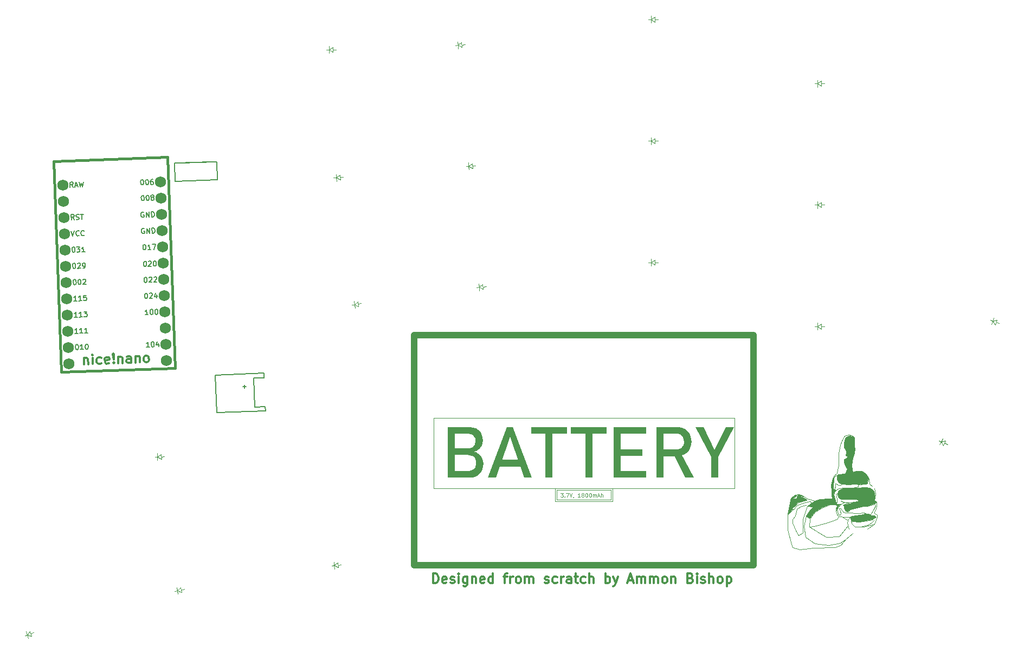
<source format=gbr>
%TF.GenerationSoftware,KiCad,Pcbnew,8.0.6*%
%TF.CreationDate,2025-01-06T03:58:56-07:00*%
%TF.ProjectId,right_circuit,72696768-745f-4636-9972-637569742e6b,v1.0.0*%
%TF.SameCoordinates,Original*%
%TF.FileFunction,Legend,Top*%
%TF.FilePolarity,Positive*%
%FSLAX46Y46*%
G04 Gerber Fmt 4.6, Leading zero omitted, Abs format (unit mm)*
G04 Created by KiCad (PCBNEW 8.0.6) date 2025-01-06 03:58:56*
%MOMM*%
%LPD*%
G01*
G04 APERTURE LIST*
%ADD10C,0.120000*%
%ADD11C,1.000000*%
%ADD12C,0.100000*%
%ADD13C,0.125000*%
%ADD14C,0.300000*%
%ADD15C,0.150000*%
%ADD16C,0.381000*%
%ADD17C,1.752600*%
G04 APERTURE END LIST*
D10*
X247300000Y-171700000D02*
X246200000Y-172000000D01*
X242500000Y-164000000D02*
X242700000Y-163800000D01*
X235500000Y-167500000D02*
X235900000Y-167400000D01*
X242400000Y-168300000D02*
X242500000Y-168200000D01*
X244200000Y-171000000D02*
X244100000Y-171400000D01*
X242000000Y-164800000D02*
X242000000Y-165000000D01*
X245000000Y-163400000D02*
X244800000Y-162500000D01*
X242500000Y-170000000D02*
X242600000Y-170200000D01*
X245900000Y-168900000D02*
X246600000Y-168800000D01*
X244500000Y-168200000D02*
X245400000Y-168100000D01*
X247200000Y-171000000D02*
X246100000Y-171200000D01*
X248200000Y-169400000D02*
X247800000Y-170000000D01*
X242700000Y-165500000D02*
X243100000Y-165500000D01*
X247700000Y-165900000D02*
X248300000Y-166400000D01*
X248450000Y-167300000D01*
X248400000Y-167800000D01*
X248700000Y-168100000D01*
X248400000Y-168400000D01*
X247300000Y-168800000D01*
X246600000Y-168800000D01*
X245900000Y-168900000D01*
X244600000Y-169300000D01*
X244300000Y-169600000D01*
X244000000Y-169550000D01*
X243600000Y-169100000D01*
X243600000Y-168800000D01*
X243550000Y-168700000D01*
X243600000Y-168500000D01*
X243700000Y-168400000D01*
X244500000Y-168400000D01*
X244950000Y-168150000D01*
X245400000Y-168100000D01*
X245900000Y-167900000D01*
X245900000Y-167800000D01*
X245500000Y-167700000D01*
X243100000Y-167700000D01*
X242700000Y-167300000D01*
X242600000Y-166700000D01*
X242800000Y-166300000D01*
X243500000Y-166000000D01*
X245000000Y-165900000D01*
X245400000Y-165800000D01*
X245700000Y-165900000D01*
X246900000Y-165800000D01*
X247700000Y-165900000D01*
G36*
X247700000Y-165900000D02*
G01*
X248300000Y-166400000D01*
X248450000Y-167300000D01*
X248400000Y-167800000D01*
X248700000Y-168100000D01*
X248400000Y-168400000D01*
X247300000Y-168800000D01*
X246600000Y-168800000D01*
X245900000Y-168900000D01*
X244600000Y-169300000D01*
X244300000Y-169600000D01*
X244000000Y-169550000D01*
X243600000Y-169100000D01*
X243600000Y-168800000D01*
X243550000Y-168700000D01*
X243600000Y-168500000D01*
X243700000Y-168400000D01*
X244500000Y-168400000D01*
X244950000Y-168150000D01*
X245400000Y-168100000D01*
X245900000Y-167900000D01*
X245900000Y-167800000D01*
X245500000Y-167700000D01*
X243100000Y-167700000D01*
X242700000Y-167300000D01*
X242600000Y-166700000D01*
X242800000Y-166300000D01*
X243500000Y-166000000D01*
X245000000Y-165900000D01*
X245400000Y-165800000D01*
X245700000Y-165900000D01*
X246900000Y-165800000D01*
X247700000Y-165900000D01*
G37*
X245500000Y-163300000D02*
X245000000Y-163400000D01*
X243100000Y-167900000D02*
X243500000Y-168100000D01*
X243400000Y-169500000D02*
X243100000Y-169100000D01*
X242400000Y-165200000D02*
X242700000Y-165500000D01*
X236700000Y-175500000D02*
X238900000Y-175300000D01*
X229500000Y-152000000D02*
X229500000Y-168000000D01*
X241300000Y-174900000D02*
X243000000Y-174500000D01*
X239200000Y-168400000D02*
X238400000Y-169300000D01*
X248400000Y-170900000D02*
X247900000Y-171400000D01*
X242000000Y-164400000D02*
X242000000Y-164800000D01*
X242600000Y-163000000D02*
X242500000Y-163600000D01*
X243300000Y-165300000D02*
X242800000Y-165000000D01*
X239000000Y-171900000D02*
X238200000Y-172000000D01*
X242600000Y-170200000D02*
X242800000Y-170400000D01*
X236100000Y-172600000D02*
X235600000Y-171400000D01*
X242600000Y-168700000D02*
X242400000Y-169100000D01*
X246900000Y-169900000D02*
X246800000Y-169800000D01*
X246100000Y-171200000D02*
X244900000Y-171100000D01*
X243600000Y-168800000D02*
X243600000Y-169100000D01*
X238300000Y-170700000D02*
X239100000Y-169700000D01*
X245100000Y-160900000D02*
X245300000Y-160000000D01*
X244100000Y-165900000D02*
X243600000Y-165900000D01*
X243800000Y-163700000D02*
X244000000Y-163400000D01*
X235600000Y-171400000D02*
X235600000Y-170800000D01*
X239900000Y-167700000D02*
X239100000Y-167900000D01*
X245000000Y-157850000D02*
X245200000Y-158000000D01*
X245200000Y-158600000D01*
X245250000Y-159600000D01*
X245200000Y-160450000D01*
X245000000Y-161200000D01*
X244850000Y-162000000D01*
X244800000Y-162500000D01*
X245000000Y-163400000D01*
X245500000Y-163300000D01*
X246300000Y-163300000D01*
X246700000Y-163400000D01*
X247100000Y-163800000D01*
X247400000Y-164300000D01*
X247400000Y-164500000D01*
X247300000Y-165000000D01*
X247300000Y-165200000D01*
X245800000Y-165400000D01*
X245600000Y-165300000D01*
X245000000Y-165300000D01*
X244500000Y-165400000D01*
X243300000Y-165300000D01*
X242800000Y-165000000D01*
X242500000Y-164600000D01*
X242500000Y-164000000D01*
X242700000Y-163800000D01*
X243800000Y-163700000D01*
X244100000Y-162900000D01*
X243750000Y-162200000D01*
X243600000Y-161800000D01*
X243600000Y-161400000D01*
X244000000Y-161300000D01*
X244100000Y-161100000D01*
X244100000Y-161000000D01*
X243900000Y-160800000D01*
X244000000Y-160500000D01*
X244000000Y-160100000D01*
X243600000Y-159500000D01*
X243600000Y-158900000D01*
X243700000Y-158500000D01*
X243900000Y-158000000D01*
X244200000Y-157850000D01*
X244400000Y-157800000D01*
X245000000Y-157850000D01*
G36*
X245000000Y-157850000D02*
G01*
X245200000Y-158000000D01*
X245200000Y-158600000D01*
X245250000Y-159600000D01*
X245200000Y-160450000D01*
X245000000Y-161200000D01*
X244850000Y-162000000D01*
X244800000Y-162500000D01*
X245000000Y-163400000D01*
X245500000Y-163300000D01*
X246300000Y-163300000D01*
X246700000Y-163400000D01*
X247100000Y-163800000D01*
X247400000Y-164300000D01*
X247400000Y-164500000D01*
X247300000Y-165000000D01*
X247300000Y-165200000D01*
X245800000Y-165400000D01*
X245600000Y-165300000D01*
X245000000Y-165300000D01*
X244500000Y-165400000D01*
X243300000Y-165300000D01*
X242800000Y-165000000D01*
X242500000Y-164600000D01*
X242500000Y-164000000D01*
X242700000Y-163800000D01*
X243800000Y-163700000D01*
X244100000Y-162900000D01*
X243750000Y-162200000D01*
X243600000Y-161800000D01*
X243600000Y-161400000D01*
X244000000Y-161300000D01*
X244100000Y-161100000D01*
X244100000Y-161000000D01*
X243900000Y-160800000D01*
X244000000Y-160500000D01*
X244000000Y-160100000D01*
X243600000Y-159500000D01*
X243600000Y-158900000D01*
X243700000Y-158500000D01*
X243900000Y-158000000D01*
X244200000Y-157850000D01*
X244400000Y-157800000D01*
X245000000Y-157850000D01*
G37*
X241800000Y-164700000D02*
X241600000Y-165500000D01*
X244100000Y-160900000D02*
X243900000Y-160800000D01*
X246500000Y-169800000D02*
X246100000Y-169900000D01*
X244800000Y-162500000D02*
X244900000Y-161500000D01*
X235400000Y-167400000D02*
X234800000Y-170100000D01*
X243700000Y-167700000D02*
X243100000Y-167700000D01*
X247000000Y-165300000D02*
X247300000Y-165200000D01*
X246300000Y-163300000D02*
X245500000Y-163300000D01*
X179500000Y-155000000D02*
X179500000Y-166000000D01*
X244100000Y-169600000D02*
X244300000Y-169600000D01*
X243900000Y-169500000D02*
X244100000Y-169600000D01*
X244800000Y-169800000D02*
X243700000Y-169800000D01*
X245800000Y-165400000D02*
X247000000Y-165300000D01*
X243500000Y-168600000D02*
X243600000Y-168800000D01*
X244500000Y-168400000D02*
X243700000Y-168400000D01*
X244800000Y-170900000D02*
X244700000Y-170600000D01*
X242300000Y-168500000D02*
X242600000Y-168700000D01*
X242900000Y-169100000D02*
X243000000Y-169500000D01*
X248500000Y-166800000D02*
X248400000Y-166000000D01*
X241900000Y-166000000D02*
X242000000Y-166100000D01*
X241700000Y-167000000D02*
X241800000Y-167600000D01*
X241600000Y-165500000D02*
X241700000Y-166400000D01*
X244400000Y-157800000D02*
X245000000Y-157850000D01*
X248700000Y-168600000D02*
X248700000Y-168100000D01*
X235700000Y-169300000D02*
X235600000Y-169300000D01*
X236300000Y-167000000D02*
X237500000Y-167350000D01*
X245200000Y-158000000D02*
X244800000Y-157700000D01*
X237200000Y-172900000D02*
X236500000Y-173300000D01*
X244000000Y-170500000D02*
X244600000Y-170500000D01*
X245200000Y-169900000D02*
X244800000Y-169800000D01*
X246900000Y-165800000D02*
X247700000Y-165900000D01*
X235700000Y-168900000D02*
X236500000Y-168200000D01*
D11*
X229500000Y-178000000D02*
X176500000Y-178000000D01*
D10*
X245600000Y-165300000D02*
X245000000Y-165300000D01*
X245800000Y-165400000D02*
X245600000Y-165300000D01*
X243700000Y-157800000D02*
X243300000Y-158500000D01*
X244000000Y-160500000D02*
X244000000Y-160100000D01*
X234800000Y-172500000D02*
X235400000Y-174700000D01*
X242400000Y-169100000D02*
X242400000Y-169500000D01*
X239100000Y-169700000D02*
X240200000Y-169000000D01*
X244600000Y-170500000D02*
X244900000Y-170300000D01*
X245400000Y-165800000D02*
X245700000Y-165900000D01*
X244700000Y-171000000D02*
X244600000Y-170500000D01*
X243100000Y-174900000D02*
X243900000Y-173900000D01*
X242000000Y-165000000D02*
X241900000Y-165100000D01*
X244000000Y-163400000D02*
X244100000Y-162900000D01*
X243000000Y-159200000D02*
X242800000Y-160500000D01*
X242800000Y-170400000D02*
X242500000Y-170800000D01*
X242200000Y-167700000D02*
X242300000Y-168100000D01*
X243600000Y-159500000D02*
X243600000Y-158900000D01*
X237900000Y-168800000D02*
X237200000Y-170800000D01*
X243700000Y-169800000D02*
X243400000Y-169500000D01*
X244100000Y-162900000D02*
X243900000Y-162600000D01*
X248400000Y-168400000D02*
X248500000Y-168700000D01*
X236200000Y-168700000D02*
X236000000Y-168900000D01*
X243000000Y-169500000D02*
X243100000Y-169900000D01*
X242500000Y-167100000D02*
X242400000Y-166900000D01*
X242000000Y-165000000D02*
X241900000Y-165100000D01*
X241900000Y-166000000D01*
X242000000Y-166100000D01*
X242200000Y-166100000D01*
X242380000Y-166280000D01*
X242200000Y-166400000D01*
X242000000Y-167000000D01*
X242350000Y-168200000D01*
X242400000Y-168300000D01*
X242450000Y-168250000D01*
X242480000Y-168460000D01*
X242820000Y-168460000D01*
X243060000Y-168410000D01*
X242700000Y-168900000D01*
X242500000Y-169300000D01*
X242400000Y-169100000D01*
X242600000Y-168700000D01*
X242300000Y-168500000D01*
X241400000Y-168500000D01*
X240200000Y-169000000D01*
X239100000Y-169700000D01*
X238300000Y-170700000D01*
X237700000Y-170300000D01*
X238400000Y-169300000D01*
X239200000Y-168400000D01*
X240200000Y-167900000D01*
X241800000Y-167600000D01*
X241700000Y-167000000D01*
X241700000Y-166400000D01*
X241600000Y-165500000D01*
X241900000Y-164350000D01*
X242000000Y-165000000D01*
G36*
X242000000Y-165000000D02*
G01*
X241900000Y-165100000D01*
X241900000Y-166000000D01*
X242000000Y-166100000D01*
X242200000Y-166100000D01*
X242380000Y-166280000D01*
X242200000Y-166400000D01*
X242000000Y-167000000D01*
X242350000Y-168200000D01*
X242400000Y-168300000D01*
X242450000Y-168250000D01*
X242480000Y-168460000D01*
X242820000Y-168460000D01*
X243060000Y-168410000D01*
X242700000Y-168900000D01*
X242500000Y-169300000D01*
X242400000Y-169100000D01*
X242600000Y-168700000D01*
X242300000Y-168500000D01*
X241400000Y-168500000D01*
X240200000Y-169000000D01*
X239100000Y-169700000D01*
X238300000Y-170700000D01*
X237700000Y-170300000D01*
X238400000Y-169300000D01*
X239200000Y-168400000D01*
X240200000Y-167900000D01*
X241800000Y-167600000D01*
X241700000Y-167000000D01*
X241700000Y-166400000D01*
X241600000Y-165500000D01*
X241900000Y-164350000D01*
X242000000Y-165000000D01*
G37*
X207500000Y-168000000D02*
X198500000Y-168000000D01*
X242800000Y-165000000D02*
X242500000Y-164600000D01*
X238900000Y-175300000D02*
X242200000Y-175200000D01*
X179500000Y-166000000D02*
X226500000Y-166000000D01*
X237500000Y-168200000D02*
X236800000Y-168400000D01*
X245300000Y-172000000D02*
X244800000Y-171500000D01*
X247300000Y-172300000D02*
X248400000Y-171600000D01*
X244600000Y-169300000D02*
X245200000Y-169100000D01*
X242800000Y-162400000D02*
X242600000Y-163000000D01*
X244000000Y-157900000D02*
X244400000Y-157800000D01*
X246100000Y-169900000D02*
X245200000Y-169900000D01*
X243900000Y-162600000D02*
X243600000Y-161800000D01*
X235600000Y-170800000D02*
X236000000Y-170300000D01*
X248000000Y-165600000D02*
X247600000Y-165300000D01*
X246800000Y-169800000D02*
X246500000Y-169800000D01*
X244300000Y-169600000D02*
X244600000Y-169300000D01*
X236000000Y-167000000D02*
X236600000Y-166900000D01*
X238200000Y-172000000D02*
X238300000Y-170700000D01*
X242500000Y-169300000D02*
X242700000Y-168900000D01*
X244900000Y-161500000D02*
X245100000Y-160900000D01*
X242300000Y-165500000D02*
X242300000Y-165200000D01*
X243100000Y-165500000D02*
X243300000Y-165300000D01*
X237800000Y-167800000D02*
X237600000Y-167600000D01*
X244000000Y-161300000D02*
X244100000Y-161100000D01*
X242500000Y-170800000D02*
X241600000Y-171100000D01*
X236300000Y-167200000D02*
X236300000Y-167400000D01*
X243700000Y-168600000D02*
X245300000Y-168100000D01*
X242400000Y-166900000D02*
X242600000Y-166700000D01*
X207500000Y-166000000D02*
X207500000Y-168000000D01*
X240200000Y-167900000D02*
X239200000Y-168400000D01*
X242700000Y-168900000D02*
X243000000Y-168500000D01*
D11*
X176500000Y-142000000D02*
X229500000Y-142000000D01*
D10*
X240200000Y-169000000D02*
X241400000Y-168500000D01*
X246700000Y-163400000D02*
X246300000Y-163300000D01*
X236100000Y-167600000D02*
X235800000Y-167600000D01*
X248600000Y-169200000D02*
X248700000Y-168600000D01*
X237200000Y-170800000D02*
X237200000Y-172900000D01*
X242400000Y-167300000D02*
X242500000Y-167100000D01*
X245800000Y-165700000D02*
X245800000Y-165400000D01*
X244700000Y-170600000D02*
X244600000Y-170500000D01*
X247240000Y-169910000D02*
X247800000Y-170000000D01*
X247800000Y-170200000D01*
X248400000Y-170200000D01*
X248600000Y-170500000D01*
X248300000Y-170600000D01*
X248000000Y-170900000D01*
X246100000Y-171200000D01*
X244900000Y-171100000D01*
X244600000Y-170500000D01*
X244900000Y-170300000D01*
X246700000Y-170000000D01*
X246850000Y-169850000D01*
X247240000Y-169910000D01*
G36*
X247240000Y-169910000D02*
G01*
X247800000Y-170000000D01*
X247800000Y-170200000D01*
X248400000Y-170200000D01*
X248600000Y-170500000D01*
X248300000Y-170600000D01*
X248000000Y-170900000D01*
X246100000Y-171200000D01*
X244900000Y-171100000D01*
X244600000Y-170500000D01*
X244900000Y-170300000D01*
X246700000Y-170000000D01*
X246850000Y-169850000D01*
X247240000Y-169910000D01*
G37*
X244950000Y-168150000D02*
X244500000Y-168400000D01*
X245000000Y-165900000D02*
X245800000Y-165700000D01*
X243600000Y-161400000D02*
X244000000Y-161300000D01*
X242800000Y-160500000D02*
X242800000Y-161500000D01*
X242200000Y-164000000D02*
X242000000Y-164400000D01*
X241800000Y-167600000D02*
X240200000Y-167900000D01*
X243600000Y-169100000D02*
X243900000Y-169500000D01*
X242500000Y-168200000D02*
X242500000Y-167700000D01*
X237100000Y-167100000D02*
X237160000Y-167250000D01*
X236300000Y-167000000D01*
X236600000Y-166900000D01*
X237100000Y-167100000D01*
G36*
X237100000Y-167100000D02*
G01*
X237160000Y-167250000D01*
X236300000Y-167000000D01*
X236600000Y-166900000D01*
X237100000Y-167100000D01*
G37*
X243900000Y-173900000D02*
X245000000Y-173000000D01*
X245200000Y-159200000D02*
X245200000Y-158600000D01*
X242700000Y-167300000D02*
X242600000Y-166700000D01*
X242800000Y-166000000D02*
X242200000Y-166400000D01*
X241900000Y-165100000D02*
X241900000Y-166000000D01*
X198500000Y-168000000D02*
X198500000Y-166000000D01*
X242600000Y-166700000D02*
X242800000Y-166300000D01*
X243500000Y-166000000D02*
X244100000Y-165900000D01*
X243600000Y-161800000D02*
X243600000Y-161400000D01*
X237700000Y-170300000D02*
X237400000Y-171900000D01*
X242300000Y-165200000D02*
X242400000Y-165200000D01*
X244100000Y-165900000D02*
X245000000Y-165900000D01*
X245500000Y-167700000D02*
X243700000Y-167700000D01*
X242500000Y-163600000D02*
X242000000Y-164000000D01*
D12*
X237600000Y-167620000D02*
X237750000Y-167780000D01*
X236500000Y-168190000D01*
X235520000Y-169070000D01*
X235600000Y-169320000D01*
X234820000Y-170060000D01*
X235370000Y-167460000D01*
X235810000Y-167590000D01*
X236110000Y-167580000D01*
X236300000Y-167390000D01*
X236350000Y-167220000D01*
X236570000Y-167210000D01*
X237600000Y-167620000D01*
G36*
X237600000Y-167620000D02*
G01*
X237750000Y-167780000D01*
X236500000Y-168190000D01*
X235520000Y-169070000D01*
X235600000Y-169320000D01*
X234820000Y-170060000D01*
X235370000Y-167460000D01*
X235810000Y-167590000D01*
X236110000Y-167580000D01*
X236300000Y-167390000D01*
X236350000Y-167220000D01*
X236570000Y-167210000D01*
X237600000Y-167620000D01*
G37*
D10*
X240800000Y-171400000D02*
X239000000Y-171900000D01*
X245000000Y-165300000D02*
X244500000Y-165400000D01*
X237900000Y-167600000D02*
X237100000Y-167100000D01*
X235400000Y-167400000D02*
X236000000Y-167000000D01*
X242500000Y-169300000D02*
X242400000Y-169500000D01*
X243600000Y-168200000D02*
X244500000Y-168200000D01*
X244600000Y-170500000D02*
X244200000Y-171000000D01*
X239100000Y-167900000D02*
X237900000Y-168800000D01*
X244500000Y-165400000D02*
X243300000Y-165300000D01*
X236500000Y-168200000D02*
X237400000Y-167900000D01*
X245900000Y-167800000D02*
X245500000Y-167700000D01*
X236500000Y-173300000D02*
X236100000Y-172600000D01*
X248400000Y-167800000D02*
X248500000Y-166800000D01*
X244000000Y-160100000D02*
X243600000Y-159500000D01*
X248800000Y-170500000D02*
X248800000Y-170100000D01*
X237400000Y-171900000D02*
X237600000Y-173600000D01*
X242300000Y-168100000D02*
X242400000Y-168300000D01*
X246600000Y-168800000D02*
X247300000Y-168800000D01*
D11*
X176500000Y-178000000D02*
X176500000Y-142000000D01*
D10*
X238400000Y-169300000D02*
X237700000Y-170300000D01*
X241400000Y-168500000D02*
X242300000Y-168500000D01*
X243500000Y-168100000D02*
X244500000Y-168350000D01*
X242900000Y-173500000D02*
X244250000Y-171850000D01*
X241800000Y-167600000D02*
X241100000Y-167600000D01*
X238500000Y-168100000D02*
X238300000Y-168000000D01*
X243600000Y-165900000D02*
X242800000Y-166000000D01*
X236200000Y-167075000D02*
X235900000Y-167400000D01*
X235500000Y-167500000D01*
X235400000Y-167400000D01*
X236000000Y-167000000D01*
X236200000Y-166970000D01*
X236200000Y-167075000D01*
G36*
X236200000Y-167075000D02*
G01*
X235900000Y-167400000D01*
X235500000Y-167500000D01*
X235400000Y-167400000D01*
X236000000Y-167000000D01*
X236200000Y-166970000D01*
X236200000Y-167075000D01*
G37*
X236300000Y-169200000D02*
X236900000Y-168800000D01*
X245300000Y-160000000D02*
X245200000Y-159200000D01*
X236600000Y-166900000D02*
X237100000Y-167100000D01*
X239100000Y-174600000D02*
X241300000Y-174900000D01*
X237400000Y-167900000D02*
X237800000Y-167800000D01*
X236300000Y-167400000D02*
X236100000Y-167600000D01*
X248500000Y-168700000D02*
X248200000Y-169400000D01*
X235800000Y-169200000D02*
X235700000Y-169300000D01*
X247900000Y-171400000D02*
X247300000Y-171700000D01*
X237600000Y-167600000D02*
X236600000Y-167200000D01*
X242500000Y-164600000D02*
X242500000Y-164000000D01*
X236900000Y-168800000D02*
X237700000Y-168600000D01*
X244800000Y-171500000D02*
X244700000Y-171000000D01*
X235900000Y-167400000D02*
X236100000Y-167200000D01*
X237600000Y-173600000D02*
X239100000Y-174600000D01*
X242600000Y-163900000D02*
X242200000Y-164000000D01*
X245200000Y-169100000D02*
X245900000Y-168900000D01*
X245900000Y-167900000D02*
X245900000Y-167800000D01*
X243100000Y-167700000D02*
X242700000Y-167300000D01*
X248800000Y-170100000D02*
X248400000Y-169900000D01*
X247500000Y-164500000D02*
X247100000Y-163800000D01*
X244200000Y-171000000D02*
X243400000Y-170450000D01*
X241700000Y-166400000D02*
X241700000Y-167000000D01*
X244900000Y-170300000D02*
X246700000Y-170000000D01*
X243300000Y-158500000D02*
X243000000Y-159200000D01*
X248400000Y-171600000D02*
X246800000Y-172000000D01*
X235500000Y-169100000D02*
X235700000Y-168900000D01*
X242200000Y-166100000D02*
X242300000Y-165500000D01*
X245400000Y-168100000D02*
X245900000Y-167900000D01*
X244900000Y-171100000D02*
X244800000Y-170900000D01*
X245300000Y-168100000D02*
X246000000Y-167900000D01*
X242500000Y-167500000D02*
X242400000Y-167300000D01*
X243000000Y-174500000D02*
X243900000Y-173900000D01*
X239100000Y-167900000D02*
X237900000Y-167600000D01*
X242400000Y-169500000D02*
X242500000Y-170000000D01*
X242800000Y-170400000D02*
X244000000Y-170500000D01*
X236600000Y-167200000D02*
X236300000Y-167200000D01*
X243100000Y-169100000D02*
X242900000Y-169100000D01*
X242200000Y-175200000D02*
X243100000Y-174900000D01*
X243700000Y-168400000D02*
X243500000Y-168600000D01*
X238500000Y-168350000D02*
X238500000Y-168100000D01*
X248400000Y-169900000D02*
X248400000Y-169600000D01*
X243100000Y-169900000D02*
X243000000Y-170100000D01*
X238800000Y-168850000D02*
X237900000Y-168800000D01*
X239100000Y-167900000D01*
X239900000Y-167700000D01*
X241240000Y-167630000D01*
X238800000Y-168850000D01*
G36*
X238800000Y-168850000D02*
G01*
X237900000Y-168800000D01*
X239100000Y-167900000D01*
X239900000Y-167700000D01*
X241240000Y-167630000D01*
X238800000Y-168850000D01*
G37*
X243800000Y-158100000D02*
X244000000Y-157900000D01*
X243600000Y-158900000D02*
X243800000Y-158100000D01*
X244100000Y-161100000D02*
X244100000Y-160900000D01*
X244100000Y-171400000D02*
X244400000Y-172300000D01*
X235400000Y-174700000D02*
X235600000Y-175200000D01*
X234800000Y-170100000D02*
X234800000Y-170000000D01*
X234900000Y-170000000D01*
X234800000Y-170100000D01*
G36*
X234800000Y-170100000D02*
G01*
X234800000Y-170000000D01*
X234900000Y-170000000D01*
X234800000Y-170100000D01*
G37*
X245700000Y-165900000D02*
X246900000Y-165800000D01*
X235600000Y-175200000D02*
X236700000Y-175500000D01*
X247100000Y-163800000D02*
X246700000Y-163400000D01*
X241100000Y-167600000D02*
X239900000Y-167700000D01*
X240800000Y-173600000D02*
X242900000Y-173500000D01*
X242000000Y-166100000D02*
X242200000Y-166100000D01*
X246800000Y-172000000D02*
X245300000Y-172000000D01*
X236100000Y-167200000D02*
X236300000Y-166950000D01*
X242800000Y-166300000D02*
X243500000Y-166000000D01*
X236000000Y-170300000D02*
X236300000Y-169200000D01*
X246900000Y-169900000D02*
X246700000Y-170000000D01*
X243000000Y-168500000D02*
X243600000Y-168200000D01*
X241600000Y-171100000D02*
X240800000Y-171400000D01*
X235600000Y-169300000D02*
X235500000Y-169100000D01*
X235800000Y-167600000D02*
X235500000Y-167500000D01*
X242500000Y-167700000D02*
X242500000Y-167500000D01*
X245200000Y-158600000D02*
X245200000Y-158000000D01*
X238200000Y-172000000D02*
X240800000Y-173600000D01*
X242200000Y-166400000D02*
X242000000Y-167000000D01*
X243900000Y-160800000D02*
X244000000Y-160500000D01*
D11*
X229500000Y-142000000D02*
X229500000Y-178000000D01*
D10*
X236800000Y-168400000D02*
X236200000Y-168700000D01*
X242700000Y-163800000D02*
X243800000Y-163700000D01*
X244300000Y-157600000D02*
X243700000Y-157800000D01*
X226500000Y-166000000D02*
X226500000Y-155000000D01*
X238300000Y-168000000D02*
X237500000Y-168200000D01*
X242000000Y-167000000D02*
X242200000Y-167700000D01*
X247600000Y-165300000D02*
X247500000Y-164500000D01*
X234800000Y-170100000D02*
X234800000Y-172500000D01*
X244800000Y-157700000D02*
X244300000Y-157600000D01*
X226500000Y-155000000D02*
X179500000Y-155000000D01*
X242800000Y-170100000D02*
X242700000Y-169900000D01*
X242700000Y-169900000D02*
X242500000Y-169300000D01*
X243000000Y-170100000D02*
X242800000Y-170100000D01*
X242800000Y-161500000D02*
X242800000Y-162400000D01*
X236000000Y-168900000D02*
X235800000Y-169200000D01*
X248400000Y-171600000D02*
X248800000Y-170500000D01*
X248400000Y-169600000D02*
X248600000Y-169200000D01*
X242000000Y-164000000D02*
X241800000Y-164700000D01*
D13*
G36*
X182401325Y-164320000D02*
G01*
X182401325Y-163286364D01*
X184554570Y-163286364D01*
X184965753Y-163265237D01*
X185350968Y-163190962D01*
X185710541Y-163027558D01*
X185810956Y-162948332D01*
X186050060Y-162636943D01*
X186167268Y-162255254D01*
X186180251Y-162055380D01*
X186180251Y-162039748D01*
X186136012Y-161630703D01*
X185988243Y-161263228D01*
X185865666Y-161097948D01*
X185542668Y-160868964D01*
X185164078Y-160766388D01*
X184828122Y-160744284D01*
X182401325Y-160744284D01*
X182401325Y-159738004D01*
X184828122Y-159738004D01*
X185217711Y-159703371D01*
X185608698Y-159559115D01*
X185760153Y-159444912D01*
X185985954Y-159110891D01*
X186069822Y-158725556D01*
X186074738Y-158589085D01*
X186025553Y-158184436D01*
X185843844Y-157819308D01*
X185724982Y-157698087D01*
X185383082Y-157505792D01*
X184965015Y-157415300D01*
X184675715Y-157401088D01*
X182401325Y-157401088D01*
X182401325Y-156369406D01*
X184878925Y-156369406D01*
X185298206Y-156389946D01*
X185734059Y-156465827D01*
X186112504Y-156597621D01*
X186474716Y-156816707D01*
X186627704Y-156953635D01*
X186879030Y-157270785D01*
X187058548Y-157638004D01*
X187166259Y-158055293D01*
X187201602Y-158461493D01*
X187202163Y-158522651D01*
X187160834Y-158920593D01*
X187036849Y-159294985D01*
X186852407Y-159614905D01*
X186564618Y-159912517D01*
X186220847Y-160109743D01*
X185844562Y-160227535D01*
X185752337Y-160246029D01*
X186141519Y-160341736D01*
X186512310Y-160528200D01*
X186818225Y-160799004D01*
X186897348Y-160896692D01*
X187112701Y-161250424D01*
X187248294Y-161635068D01*
X187304127Y-162050625D01*
X187305722Y-162137445D01*
X187305722Y-162155031D01*
X187275615Y-162562701D01*
X187167477Y-162984417D01*
X186980692Y-163358994D01*
X186715261Y-163686432D01*
X186676552Y-163724047D01*
X186334002Y-163984776D01*
X185935519Y-164171011D01*
X185540966Y-164272859D01*
X185103590Y-164317672D01*
X184970760Y-164320000D01*
X182401325Y-164320000D01*
G37*
G36*
X181744801Y-164320000D02*
G01*
X181744801Y-156369406D01*
X182854640Y-156369406D01*
X182854640Y-164320000D01*
X181744801Y-164320000D01*
G37*
G36*
X188044312Y-164320000D02*
G01*
X190975226Y-156369406D01*
X191926796Y-156369406D01*
X194857711Y-164320000D01*
X193656036Y-164320000D01*
X191451988Y-157905205D01*
X189247941Y-164320000D01*
X188044312Y-164320000D01*
G37*
G36*
X189394487Y-162575129D02*
G01*
X189394487Y-161514138D01*
X193577878Y-161514138D01*
X193577878Y-162575129D01*
X189394487Y-162575129D01*
G37*
G36*
X196989462Y-164320000D02*
G01*
X196989462Y-157020069D01*
X198105164Y-157020069D01*
X198105164Y-164320000D01*
X196989462Y-164320000D01*
G37*
G36*
X194742428Y-157428443D02*
G01*
X194742428Y-156369406D01*
X200354152Y-156369406D01*
X200354152Y-157428443D01*
X194742428Y-157428443D01*
G37*
G36*
X203203000Y-164320000D02*
G01*
X203203000Y-157020069D01*
X204318702Y-157020069D01*
X204318702Y-164320000D01*
X203203000Y-164320000D01*
G37*
G36*
X200955966Y-157428443D02*
G01*
X200955966Y-156369406D01*
X206567690Y-156369406D01*
X206567690Y-157428443D01*
X200955966Y-157428443D01*
G37*
G36*
X207661898Y-164320000D02*
G01*
X207661898Y-156369406D01*
X208777599Y-156369406D01*
X208777599Y-164320000D01*
X207661898Y-164320000D01*
G37*
G36*
X208203140Y-164320000D02*
G01*
X208203140Y-163259009D01*
X212769504Y-163259009D01*
X212769504Y-164320000D01*
X208203140Y-164320000D01*
G37*
G36*
X208203140Y-160902554D02*
G01*
X208203140Y-159841563D01*
X212167690Y-159841563D01*
X212167690Y-160902554D01*
X208203140Y-160902554D01*
G37*
G36*
X208203140Y-157428443D02*
G01*
X208203140Y-156369406D01*
X212769504Y-156369406D01*
X212769504Y-157428443D01*
X208203140Y-157428443D01*
G37*
G36*
X214838729Y-160957264D02*
G01*
X214838729Y-159896273D01*
X217550802Y-159896273D01*
X217939866Y-159831572D01*
X218275375Y-159618651D01*
X218332379Y-159558241D01*
X218534070Y-159218866D01*
X218620221Y-158828718D01*
X218627425Y-158659427D01*
X218578731Y-158243085D01*
X218417378Y-157875499D01*
X218332379Y-157764521D01*
X218013699Y-157520489D01*
X217610871Y-157425864D01*
X217550802Y-157424535D01*
X214838729Y-157424535D01*
X214838729Y-156363545D01*
X217507815Y-156363545D01*
X217924364Y-156391594D01*
X218306947Y-156475744D01*
X218688560Y-156633103D01*
X218721214Y-156650774D01*
X219051066Y-156875027D01*
X219325967Y-157152846D01*
X219528192Y-157451891D01*
X219691722Y-157826429D01*
X219787372Y-158243451D01*
X219815422Y-158659427D01*
X219786990Y-159073724D01*
X219690039Y-159490662D01*
X219524284Y-159866964D01*
X219298457Y-160194591D01*
X219018602Y-160468191D01*
X218717306Y-160670034D01*
X218341655Y-160833565D01*
X217923982Y-160929214D01*
X217507815Y-160957264D01*
X214838729Y-160957264D01*
G37*
G36*
X214352198Y-164320000D02*
G01*
X214352198Y-156363545D01*
X215467899Y-156363545D01*
X215467899Y-164320000D01*
X214352198Y-164320000D01*
G37*
G36*
X218824773Y-164320000D02*
G01*
X217003698Y-160711067D01*
X218113538Y-160459009D01*
X220149546Y-164320000D01*
X218824773Y-164320000D01*
G37*
G36*
X226409979Y-156369406D02*
G01*
X223987090Y-161088178D01*
X223987090Y-164320000D01*
X222871388Y-164320000D01*
X222871388Y-161088178D01*
X220448499Y-156369406D01*
X221689253Y-156369406D01*
X223428262Y-159956845D01*
X225167271Y-156369406D01*
X226409979Y-156369406D01*
G37*
D14*
X179445488Y-180800828D02*
X179445488Y-179300828D01*
X179445488Y-179300828D02*
X179802631Y-179300828D01*
X179802631Y-179300828D02*
X180016917Y-179372257D01*
X180016917Y-179372257D02*
X180159774Y-179515114D01*
X180159774Y-179515114D02*
X180231203Y-179657971D01*
X180231203Y-179657971D02*
X180302631Y-179943685D01*
X180302631Y-179943685D02*
X180302631Y-180157971D01*
X180302631Y-180157971D02*
X180231203Y-180443685D01*
X180231203Y-180443685D02*
X180159774Y-180586542D01*
X180159774Y-180586542D02*
X180016917Y-180729400D01*
X180016917Y-180729400D02*
X179802631Y-180800828D01*
X179802631Y-180800828D02*
X179445488Y-180800828D01*
X181516917Y-180729400D02*
X181374060Y-180800828D01*
X181374060Y-180800828D02*
X181088346Y-180800828D01*
X181088346Y-180800828D02*
X180945488Y-180729400D01*
X180945488Y-180729400D02*
X180874060Y-180586542D01*
X180874060Y-180586542D02*
X180874060Y-180015114D01*
X180874060Y-180015114D02*
X180945488Y-179872257D01*
X180945488Y-179872257D02*
X181088346Y-179800828D01*
X181088346Y-179800828D02*
X181374060Y-179800828D01*
X181374060Y-179800828D02*
X181516917Y-179872257D01*
X181516917Y-179872257D02*
X181588346Y-180015114D01*
X181588346Y-180015114D02*
X181588346Y-180157971D01*
X181588346Y-180157971D02*
X180874060Y-180300828D01*
X182159774Y-180729400D02*
X182302631Y-180800828D01*
X182302631Y-180800828D02*
X182588345Y-180800828D01*
X182588345Y-180800828D02*
X182731202Y-180729400D01*
X182731202Y-180729400D02*
X182802631Y-180586542D01*
X182802631Y-180586542D02*
X182802631Y-180515114D01*
X182802631Y-180515114D02*
X182731202Y-180372257D01*
X182731202Y-180372257D02*
X182588345Y-180300828D01*
X182588345Y-180300828D02*
X182374060Y-180300828D01*
X182374060Y-180300828D02*
X182231202Y-180229400D01*
X182231202Y-180229400D02*
X182159774Y-180086542D01*
X182159774Y-180086542D02*
X182159774Y-180015114D01*
X182159774Y-180015114D02*
X182231202Y-179872257D01*
X182231202Y-179872257D02*
X182374060Y-179800828D01*
X182374060Y-179800828D02*
X182588345Y-179800828D01*
X182588345Y-179800828D02*
X182731202Y-179872257D01*
X183445488Y-180800828D02*
X183445488Y-179800828D01*
X183445488Y-179300828D02*
X183374060Y-179372257D01*
X183374060Y-179372257D02*
X183445488Y-179443685D01*
X183445488Y-179443685D02*
X183516917Y-179372257D01*
X183516917Y-179372257D02*
X183445488Y-179300828D01*
X183445488Y-179300828D02*
X183445488Y-179443685D01*
X184802632Y-179800828D02*
X184802632Y-181015114D01*
X184802632Y-181015114D02*
X184731203Y-181157971D01*
X184731203Y-181157971D02*
X184659774Y-181229400D01*
X184659774Y-181229400D02*
X184516917Y-181300828D01*
X184516917Y-181300828D02*
X184302632Y-181300828D01*
X184302632Y-181300828D02*
X184159774Y-181229400D01*
X184802632Y-180729400D02*
X184659774Y-180800828D01*
X184659774Y-180800828D02*
X184374060Y-180800828D01*
X184374060Y-180800828D02*
X184231203Y-180729400D01*
X184231203Y-180729400D02*
X184159774Y-180657971D01*
X184159774Y-180657971D02*
X184088346Y-180515114D01*
X184088346Y-180515114D02*
X184088346Y-180086542D01*
X184088346Y-180086542D02*
X184159774Y-179943685D01*
X184159774Y-179943685D02*
X184231203Y-179872257D01*
X184231203Y-179872257D02*
X184374060Y-179800828D01*
X184374060Y-179800828D02*
X184659774Y-179800828D01*
X184659774Y-179800828D02*
X184802632Y-179872257D01*
X185516917Y-179800828D02*
X185516917Y-180800828D01*
X185516917Y-179943685D02*
X185588346Y-179872257D01*
X185588346Y-179872257D02*
X185731203Y-179800828D01*
X185731203Y-179800828D02*
X185945489Y-179800828D01*
X185945489Y-179800828D02*
X186088346Y-179872257D01*
X186088346Y-179872257D02*
X186159775Y-180015114D01*
X186159775Y-180015114D02*
X186159775Y-180800828D01*
X187445489Y-180729400D02*
X187302632Y-180800828D01*
X187302632Y-180800828D02*
X187016918Y-180800828D01*
X187016918Y-180800828D02*
X186874060Y-180729400D01*
X186874060Y-180729400D02*
X186802632Y-180586542D01*
X186802632Y-180586542D02*
X186802632Y-180015114D01*
X186802632Y-180015114D02*
X186874060Y-179872257D01*
X186874060Y-179872257D02*
X187016918Y-179800828D01*
X187016918Y-179800828D02*
X187302632Y-179800828D01*
X187302632Y-179800828D02*
X187445489Y-179872257D01*
X187445489Y-179872257D02*
X187516918Y-180015114D01*
X187516918Y-180015114D02*
X187516918Y-180157971D01*
X187516918Y-180157971D02*
X186802632Y-180300828D01*
X188802632Y-180800828D02*
X188802632Y-179300828D01*
X188802632Y-180729400D02*
X188659774Y-180800828D01*
X188659774Y-180800828D02*
X188374060Y-180800828D01*
X188374060Y-180800828D02*
X188231203Y-180729400D01*
X188231203Y-180729400D02*
X188159774Y-180657971D01*
X188159774Y-180657971D02*
X188088346Y-180515114D01*
X188088346Y-180515114D02*
X188088346Y-180086542D01*
X188088346Y-180086542D02*
X188159774Y-179943685D01*
X188159774Y-179943685D02*
X188231203Y-179872257D01*
X188231203Y-179872257D02*
X188374060Y-179800828D01*
X188374060Y-179800828D02*
X188659774Y-179800828D01*
X188659774Y-179800828D02*
X188802632Y-179872257D01*
X190445489Y-179800828D02*
X191016917Y-179800828D01*
X190659774Y-180800828D02*
X190659774Y-179515114D01*
X190659774Y-179515114D02*
X190731203Y-179372257D01*
X190731203Y-179372257D02*
X190874060Y-179300828D01*
X190874060Y-179300828D02*
X191016917Y-179300828D01*
X191516917Y-180800828D02*
X191516917Y-179800828D01*
X191516917Y-180086542D02*
X191588346Y-179943685D01*
X191588346Y-179943685D02*
X191659775Y-179872257D01*
X191659775Y-179872257D02*
X191802632Y-179800828D01*
X191802632Y-179800828D02*
X191945489Y-179800828D01*
X192659774Y-180800828D02*
X192516917Y-180729400D01*
X192516917Y-180729400D02*
X192445488Y-180657971D01*
X192445488Y-180657971D02*
X192374060Y-180515114D01*
X192374060Y-180515114D02*
X192374060Y-180086542D01*
X192374060Y-180086542D02*
X192445488Y-179943685D01*
X192445488Y-179943685D02*
X192516917Y-179872257D01*
X192516917Y-179872257D02*
X192659774Y-179800828D01*
X192659774Y-179800828D02*
X192874060Y-179800828D01*
X192874060Y-179800828D02*
X193016917Y-179872257D01*
X193016917Y-179872257D02*
X193088346Y-179943685D01*
X193088346Y-179943685D02*
X193159774Y-180086542D01*
X193159774Y-180086542D02*
X193159774Y-180515114D01*
X193159774Y-180515114D02*
X193088346Y-180657971D01*
X193088346Y-180657971D02*
X193016917Y-180729400D01*
X193016917Y-180729400D02*
X192874060Y-180800828D01*
X192874060Y-180800828D02*
X192659774Y-180800828D01*
X193802631Y-180800828D02*
X193802631Y-179800828D01*
X193802631Y-179943685D02*
X193874060Y-179872257D01*
X193874060Y-179872257D02*
X194016917Y-179800828D01*
X194016917Y-179800828D02*
X194231203Y-179800828D01*
X194231203Y-179800828D02*
X194374060Y-179872257D01*
X194374060Y-179872257D02*
X194445489Y-180015114D01*
X194445489Y-180015114D02*
X194445489Y-180800828D01*
X194445489Y-180015114D02*
X194516917Y-179872257D01*
X194516917Y-179872257D02*
X194659774Y-179800828D01*
X194659774Y-179800828D02*
X194874060Y-179800828D01*
X194874060Y-179800828D02*
X195016917Y-179872257D01*
X195016917Y-179872257D02*
X195088346Y-180015114D01*
X195088346Y-180015114D02*
X195088346Y-180800828D01*
X196874060Y-180729400D02*
X197016917Y-180800828D01*
X197016917Y-180800828D02*
X197302631Y-180800828D01*
X197302631Y-180800828D02*
X197445488Y-180729400D01*
X197445488Y-180729400D02*
X197516917Y-180586542D01*
X197516917Y-180586542D02*
X197516917Y-180515114D01*
X197516917Y-180515114D02*
X197445488Y-180372257D01*
X197445488Y-180372257D02*
X197302631Y-180300828D01*
X197302631Y-180300828D02*
X197088346Y-180300828D01*
X197088346Y-180300828D02*
X196945488Y-180229400D01*
X196945488Y-180229400D02*
X196874060Y-180086542D01*
X196874060Y-180086542D02*
X196874060Y-180015114D01*
X196874060Y-180015114D02*
X196945488Y-179872257D01*
X196945488Y-179872257D02*
X197088346Y-179800828D01*
X197088346Y-179800828D02*
X197302631Y-179800828D01*
X197302631Y-179800828D02*
X197445488Y-179872257D01*
X198802632Y-180729400D02*
X198659774Y-180800828D01*
X198659774Y-180800828D02*
X198374060Y-180800828D01*
X198374060Y-180800828D02*
X198231203Y-180729400D01*
X198231203Y-180729400D02*
X198159774Y-180657971D01*
X198159774Y-180657971D02*
X198088346Y-180515114D01*
X198088346Y-180515114D02*
X198088346Y-180086542D01*
X198088346Y-180086542D02*
X198159774Y-179943685D01*
X198159774Y-179943685D02*
X198231203Y-179872257D01*
X198231203Y-179872257D02*
X198374060Y-179800828D01*
X198374060Y-179800828D02*
X198659774Y-179800828D01*
X198659774Y-179800828D02*
X198802632Y-179872257D01*
X199445488Y-180800828D02*
X199445488Y-179800828D01*
X199445488Y-180086542D02*
X199516917Y-179943685D01*
X199516917Y-179943685D02*
X199588346Y-179872257D01*
X199588346Y-179872257D02*
X199731203Y-179800828D01*
X199731203Y-179800828D02*
X199874060Y-179800828D01*
X201016917Y-180800828D02*
X201016917Y-180015114D01*
X201016917Y-180015114D02*
X200945488Y-179872257D01*
X200945488Y-179872257D02*
X200802631Y-179800828D01*
X200802631Y-179800828D02*
X200516917Y-179800828D01*
X200516917Y-179800828D02*
X200374059Y-179872257D01*
X201016917Y-180729400D02*
X200874059Y-180800828D01*
X200874059Y-180800828D02*
X200516917Y-180800828D01*
X200516917Y-180800828D02*
X200374059Y-180729400D01*
X200374059Y-180729400D02*
X200302631Y-180586542D01*
X200302631Y-180586542D02*
X200302631Y-180443685D01*
X200302631Y-180443685D02*
X200374059Y-180300828D01*
X200374059Y-180300828D02*
X200516917Y-180229400D01*
X200516917Y-180229400D02*
X200874059Y-180229400D01*
X200874059Y-180229400D02*
X201016917Y-180157971D01*
X201516917Y-179800828D02*
X202088345Y-179800828D01*
X201731202Y-179300828D02*
X201731202Y-180586542D01*
X201731202Y-180586542D02*
X201802631Y-180729400D01*
X201802631Y-180729400D02*
X201945488Y-180800828D01*
X201945488Y-180800828D02*
X202088345Y-180800828D01*
X203231203Y-180729400D02*
X203088345Y-180800828D01*
X203088345Y-180800828D02*
X202802631Y-180800828D01*
X202802631Y-180800828D02*
X202659774Y-180729400D01*
X202659774Y-180729400D02*
X202588345Y-180657971D01*
X202588345Y-180657971D02*
X202516917Y-180515114D01*
X202516917Y-180515114D02*
X202516917Y-180086542D01*
X202516917Y-180086542D02*
X202588345Y-179943685D01*
X202588345Y-179943685D02*
X202659774Y-179872257D01*
X202659774Y-179872257D02*
X202802631Y-179800828D01*
X202802631Y-179800828D02*
X203088345Y-179800828D01*
X203088345Y-179800828D02*
X203231203Y-179872257D01*
X203874059Y-180800828D02*
X203874059Y-179300828D01*
X204516917Y-180800828D02*
X204516917Y-180015114D01*
X204516917Y-180015114D02*
X204445488Y-179872257D01*
X204445488Y-179872257D02*
X204302631Y-179800828D01*
X204302631Y-179800828D02*
X204088345Y-179800828D01*
X204088345Y-179800828D02*
X203945488Y-179872257D01*
X203945488Y-179872257D02*
X203874059Y-179943685D01*
X206374059Y-180800828D02*
X206374059Y-179300828D01*
X206374059Y-179872257D02*
X206516917Y-179800828D01*
X206516917Y-179800828D02*
X206802631Y-179800828D01*
X206802631Y-179800828D02*
X206945488Y-179872257D01*
X206945488Y-179872257D02*
X207016917Y-179943685D01*
X207016917Y-179943685D02*
X207088345Y-180086542D01*
X207088345Y-180086542D02*
X207088345Y-180515114D01*
X207088345Y-180515114D02*
X207016917Y-180657971D01*
X207016917Y-180657971D02*
X206945488Y-180729400D01*
X206945488Y-180729400D02*
X206802631Y-180800828D01*
X206802631Y-180800828D02*
X206516917Y-180800828D01*
X206516917Y-180800828D02*
X206374059Y-180729400D01*
X207588345Y-179800828D02*
X207945488Y-180800828D01*
X208302631Y-179800828D02*
X207945488Y-180800828D01*
X207945488Y-180800828D02*
X207802631Y-181157971D01*
X207802631Y-181157971D02*
X207731202Y-181229400D01*
X207731202Y-181229400D02*
X207588345Y-181300828D01*
X209945488Y-180372257D02*
X210659774Y-180372257D01*
X209802631Y-180800828D02*
X210302631Y-179300828D01*
X210302631Y-179300828D02*
X210802631Y-180800828D01*
X211302630Y-180800828D02*
X211302630Y-179800828D01*
X211302630Y-179943685D02*
X211374059Y-179872257D01*
X211374059Y-179872257D02*
X211516916Y-179800828D01*
X211516916Y-179800828D02*
X211731202Y-179800828D01*
X211731202Y-179800828D02*
X211874059Y-179872257D01*
X211874059Y-179872257D02*
X211945488Y-180015114D01*
X211945488Y-180015114D02*
X211945488Y-180800828D01*
X211945488Y-180015114D02*
X212016916Y-179872257D01*
X212016916Y-179872257D02*
X212159773Y-179800828D01*
X212159773Y-179800828D02*
X212374059Y-179800828D01*
X212374059Y-179800828D02*
X212516916Y-179872257D01*
X212516916Y-179872257D02*
X212588345Y-180015114D01*
X212588345Y-180015114D02*
X212588345Y-180800828D01*
X213302630Y-180800828D02*
X213302630Y-179800828D01*
X213302630Y-179943685D02*
X213374059Y-179872257D01*
X213374059Y-179872257D02*
X213516916Y-179800828D01*
X213516916Y-179800828D02*
X213731202Y-179800828D01*
X213731202Y-179800828D02*
X213874059Y-179872257D01*
X213874059Y-179872257D02*
X213945488Y-180015114D01*
X213945488Y-180015114D02*
X213945488Y-180800828D01*
X213945488Y-180015114D02*
X214016916Y-179872257D01*
X214016916Y-179872257D02*
X214159773Y-179800828D01*
X214159773Y-179800828D02*
X214374059Y-179800828D01*
X214374059Y-179800828D02*
X214516916Y-179872257D01*
X214516916Y-179872257D02*
X214588345Y-180015114D01*
X214588345Y-180015114D02*
X214588345Y-180800828D01*
X215516916Y-180800828D02*
X215374059Y-180729400D01*
X215374059Y-180729400D02*
X215302630Y-180657971D01*
X215302630Y-180657971D02*
X215231202Y-180515114D01*
X215231202Y-180515114D02*
X215231202Y-180086542D01*
X215231202Y-180086542D02*
X215302630Y-179943685D01*
X215302630Y-179943685D02*
X215374059Y-179872257D01*
X215374059Y-179872257D02*
X215516916Y-179800828D01*
X215516916Y-179800828D02*
X215731202Y-179800828D01*
X215731202Y-179800828D02*
X215874059Y-179872257D01*
X215874059Y-179872257D02*
X215945488Y-179943685D01*
X215945488Y-179943685D02*
X216016916Y-180086542D01*
X216016916Y-180086542D02*
X216016916Y-180515114D01*
X216016916Y-180515114D02*
X215945488Y-180657971D01*
X215945488Y-180657971D02*
X215874059Y-180729400D01*
X215874059Y-180729400D02*
X215731202Y-180800828D01*
X215731202Y-180800828D02*
X215516916Y-180800828D01*
X216659773Y-179800828D02*
X216659773Y-180800828D01*
X216659773Y-179943685D02*
X216731202Y-179872257D01*
X216731202Y-179872257D02*
X216874059Y-179800828D01*
X216874059Y-179800828D02*
X217088345Y-179800828D01*
X217088345Y-179800828D02*
X217231202Y-179872257D01*
X217231202Y-179872257D02*
X217302631Y-180015114D01*
X217302631Y-180015114D02*
X217302631Y-180800828D01*
X219659773Y-180015114D02*
X219874059Y-180086542D01*
X219874059Y-180086542D02*
X219945488Y-180157971D01*
X219945488Y-180157971D02*
X220016916Y-180300828D01*
X220016916Y-180300828D02*
X220016916Y-180515114D01*
X220016916Y-180515114D02*
X219945488Y-180657971D01*
X219945488Y-180657971D02*
X219874059Y-180729400D01*
X219874059Y-180729400D02*
X219731202Y-180800828D01*
X219731202Y-180800828D02*
X219159773Y-180800828D01*
X219159773Y-180800828D02*
X219159773Y-179300828D01*
X219159773Y-179300828D02*
X219659773Y-179300828D01*
X219659773Y-179300828D02*
X219802631Y-179372257D01*
X219802631Y-179372257D02*
X219874059Y-179443685D01*
X219874059Y-179443685D02*
X219945488Y-179586542D01*
X219945488Y-179586542D02*
X219945488Y-179729400D01*
X219945488Y-179729400D02*
X219874059Y-179872257D01*
X219874059Y-179872257D02*
X219802631Y-179943685D01*
X219802631Y-179943685D02*
X219659773Y-180015114D01*
X219659773Y-180015114D02*
X219159773Y-180015114D01*
X220659773Y-180800828D02*
X220659773Y-179800828D01*
X220659773Y-179300828D02*
X220588345Y-179372257D01*
X220588345Y-179372257D02*
X220659773Y-179443685D01*
X220659773Y-179443685D02*
X220731202Y-179372257D01*
X220731202Y-179372257D02*
X220659773Y-179300828D01*
X220659773Y-179300828D02*
X220659773Y-179443685D01*
X221302631Y-180729400D02*
X221445488Y-180800828D01*
X221445488Y-180800828D02*
X221731202Y-180800828D01*
X221731202Y-180800828D02*
X221874059Y-180729400D01*
X221874059Y-180729400D02*
X221945488Y-180586542D01*
X221945488Y-180586542D02*
X221945488Y-180515114D01*
X221945488Y-180515114D02*
X221874059Y-180372257D01*
X221874059Y-180372257D02*
X221731202Y-180300828D01*
X221731202Y-180300828D02*
X221516917Y-180300828D01*
X221516917Y-180300828D02*
X221374059Y-180229400D01*
X221374059Y-180229400D02*
X221302631Y-180086542D01*
X221302631Y-180086542D02*
X221302631Y-180015114D01*
X221302631Y-180015114D02*
X221374059Y-179872257D01*
X221374059Y-179872257D02*
X221516917Y-179800828D01*
X221516917Y-179800828D02*
X221731202Y-179800828D01*
X221731202Y-179800828D02*
X221874059Y-179872257D01*
X222588345Y-180800828D02*
X222588345Y-179300828D01*
X223231203Y-180800828D02*
X223231203Y-180015114D01*
X223231203Y-180015114D02*
X223159774Y-179872257D01*
X223159774Y-179872257D02*
X223016917Y-179800828D01*
X223016917Y-179800828D02*
X222802631Y-179800828D01*
X222802631Y-179800828D02*
X222659774Y-179872257D01*
X222659774Y-179872257D02*
X222588345Y-179943685D01*
X224159774Y-180800828D02*
X224016917Y-180729400D01*
X224016917Y-180729400D02*
X223945488Y-180657971D01*
X223945488Y-180657971D02*
X223874060Y-180515114D01*
X223874060Y-180515114D02*
X223874060Y-180086542D01*
X223874060Y-180086542D02*
X223945488Y-179943685D01*
X223945488Y-179943685D02*
X224016917Y-179872257D01*
X224016917Y-179872257D02*
X224159774Y-179800828D01*
X224159774Y-179800828D02*
X224374060Y-179800828D01*
X224374060Y-179800828D02*
X224516917Y-179872257D01*
X224516917Y-179872257D02*
X224588346Y-179943685D01*
X224588346Y-179943685D02*
X224659774Y-180086542D01*
X224659774Y-180086542D02*
X224659774Y-180515114D01*
X224659774Y-180515114D02*
X224588346Y-180657971D01*
X224588346Y-180657971D02*
X224516917Y-180729400D01*
X224516917Y-180729400D02*
X224374060Y-180800828D01*
X224374060Y-180800828D02*
X224159774Y-180800828D01*
X225302631Y-179800828D02*
X225302631Y-181300828D01*
X225302631Y-179872257D02*
X225445489Y-179800828D01*
X225445489Y-179800828D02*
X225731203Y-179800828D01*
X225731203Y-179800828D02*
X225874060Y-179872257D01*
X225874060Y-179872257D02*
X225945489Y-179943685D01*
X225945489Y-179943685D02*
X226016917Y-180086542D01*
X226016917Y-180086542D02*
X226016917Y-180515114D01*
X226016917Y-180515114D02*
X225945489Y-180657971D01*
X225945489Y-180657971D02*
X225874060Y-180729400D01*
X225874060Y-180729400D02*
X225731203Y-180800828D01*
X225731203Y-180800828D02*
X225445489Y-180800828D01*
X225445489Y-180800828D02*
X225302631Y-180729400D01*
D13*
X199367950Y-166722071D02*
X199739378Y-166722071D01*
X199739378Y-166722071D02*
X199539378Y-166950642D01*
X199539378Y-166950642D02*
X199625093Y-166950642D01*
X199625093Y-166950642D02*
X199682236Y-166979214D01*
X199682236Y-166979214D02*
X199710807Y-167007785D01*
X199710807Y-167007785D02*
X199739378Y-167064928D01*
X199739378Y-167064928D02*
X199739378Y-167207785D01*
X199739378Y-167207785D02*
X199710807Y-167264928D01*
X199710807Y-167264928D02*
X199682236Y-167293500D01*
X199682236Y-167293500D02*
X199625093Y-167322071D01*
X199625093Y-167322071D02*
X199453664Y-167322071D01*
X199453664Y-167322071D02*
X199396521Y-167293500D01*
X199396521Y-167293500D02*
X199367950Y-167264928D01*
X199996522Y-167264928D02*
X200025093Y-167293500D01*
X200025093Y-167293500D02*
X199996522Y-167322071D01*
X199996522Y-167322071D02*
X199967950Y-167293500D01*
X199967950Y-167293500D02*
X199996522Y-167264928D01*
X199996522Y-167264928D02*
X199996522Y-167322071D01*
X200225093Y-166722071D02*
X200625093Y-166722071D01*
X200625093Y-166722071D02*
X200367950Y-167322071D01*
X200767950Y-166722071D02*
X200967950Y-167322071D01*
X200967950Y-167322071D02*
X201167950Y-166722071D01*
X201396522Y-167293500D02*
X201396522Y-167322071D01*
X201396522Y-167322071D02*
X201367951Y-167379214D01*
X201367951Y-167379214D02*
X201339379Y-167407785D01*
X202425093Y-167322071D02*
X202082236Y-167322071D01*
X202253665Y-167322071D02*
X202253665Y-166722071D01*
X202253665Y-166722071D02*
X202196522Y-166807785D01*
X202196522Y-166807785D02*
X202139379Y-166864928D01*
X202139379Y-166864928D02*
X202082236Y-166893500D01*
X202767951Y-166979214D02*
X202710808Y-166950642D01*
X202710808Y-166950642D02*
X202682237Y-166922071D01*
X202682237Y-166922071D02*
X202653665Y-166864928D01*
X202653665Y-166864928D02*
X202653665Y-166836357D01*
X202653665Y-166836357D02*
X202682237Y-166779214D01*
X202682237Y-166779214D02*
X202710808Y-166750642D01*
X202710808Y-166750642D02*
X202767951Y-166722071D01*
X202767951Y-166722071D02*
X202882237Y-166722071D01*
X202882237Y-166722071D02*
X202939380Y-166750642D01*
X202939380Y-166750642D02*
X202967951Y-166779214D01*
X202967951Y-166779214D02*
X202996522Y-166836357D01*
X202996522Y-166836357D02*
X202996522Y-166864928D01*
X202996522Y-166864928D02*
X202967951Y-166922071D01*
X202967951Y-166922071D02*
X202939380Y-166950642D01*
X202939380Y-166950642D02*
X202882237Y-166979214D01*
X202882237Y-166979214D02*
X202767951Y-166979214D01*
X202767951Y-166979214D02*
X202710808Y-167007785D01*
X202710808Y-167007785D02*
X202682237Y-167036357D01*
X202682237Y-167036357D02*
X202653665Y-167093500D01*
X202653665Y-167093500D02*
X202653665Y-167207785D01*
X202653665Y-167207785D02*
X202682237Y-167264928D01*
X202682237Y-167264928D02*
X202710808Y-167293500D01*
X202710808Y-167293500D02*
X202767951Y-167322071D01*
X202767951Y-167322071D02*
X202882237Y-167322071D01*
X202882237Y-167322071D02*
X202939380Y-167293500D01*
X202939380Y-167293500D02*
X202967951Y-167264928D01*
X202967951Y-167264928D02*
X202996522Y-167207785D01*
X202996522Y-167207785D02*
X202996522Y-167093500D01*
X202996522Y-167093500D02*
X202967951Y-167036357D01*
X202967951Y-167036357D02*
X202939380Y-167007785D01*
X202939380Y-167007785D02*
X202882237Y-166979214D01*
X203367951Y-166722071D02*
X203425094Y-166722071D01*
X203425094Y-166722071D02*
X203482237Y-166750642D01*
X203482237Y-166750642D02*
X203510809Y-166779214D01*
X203510809Y-166779214D02*
X203539380Y-166836357D01*
X203539380Y-166836357D02*
X203567951Y-166950642D01*
X203567951Y-166950642D02*
X203567951Y-167093500D01*
X203567951Y-167093500D02*
X203539380Y-167207785D01*
X203539380Y-167207785D02*
X203510809Y-167264928D01*
X203510809Y-167264928D02*
X203482237Y-167293500D01*
X203482237Y-167293500D02*
X203425094Y-167322071D01*
X203425094Y-167322071D02*
X203367951Y-167322071D01*
X203367951Y-167322071D02*
X203310809Y-167293500D01*
X203310809Y-167293500D02*
X203282237Y-167264928D01*
X203282237Y-167264928D02*
X203253666Y-167207785D01*
X203253666Y-167207785D02*
X203225094Y-167093500D01*
X203225094Y-167093500D02*
X203225094Y-166950642D01*
X203225094Y-166950642D02*
X203253666Y-166836357D01*
X203253666Y-166836357D02*
X203282237Y-166779214D01*
X203282237Y-166779214D02*
X203310809Y-166750642D01*
X203310809Y-166750642D02*
X203367951Y-166722071D01*
X203939380Y-166722071D02*
X203996523Y-166722071D01*
X203996523Y-166722071D02*
X204053666Y-166750642D01*
X204053666Y-166750642D02*
X204082238Y-166779214D01*
X204082238Y-166779214D02*
X204110809Y-166836357D01*
X204110809Y-166836357D02*
X204139380Y-166950642D01*
X204139380Y-166950642D02*
X204139380Y-167093500D01*
X204139380Y-167093500D02*
X204110809Y-167207785D01*
X204110809Y-167207785D02*
X204082238Y-167264928D01*
X204082238Y-167264928D02*
X204053666Y-167293500D01*
X204053666Y-167293500D02*
X203996523Y-167322071D01*
X203996523Y-167322071D02*
X203939380Y-167322071D01*
X203939380Y-167322071D02*
X203882238Y-167293500D01*
X203882238Y-167293500D02*
X203853666Y-167264928D01*
X203853666Y-167264928D02*
X203825095Y-167207785D01*
X203825095Y-167207785D02*
X203796523Y-167093500D01*
X203796523Y-167093500D02*
X203796523Y-166950642D01*
X203796523Y-166950642D02*
X203825095Y-166836357D01*
X203825095Y-166836357D02*
X203853666Y-166779214D01*
X203853666Y-166779214D02*
X203882238Y-166750642D01*
X203882238Y-166750642D02*
X203939380Y-166722071D01*
X204396524Y-167322071D02*
X204396524Y-166922071D01*
X204396524Y-166979214D02*
X204425095Y-166950642D01*
X204425095Y-166950642D02*
X204482238Y-166922071D01*
X204482238Y-166922071D02*
X204567952Y-166922071D01*
X204567952Y-166922071D02*
X204625095Y-166950642D01*
X204625095Y-166950642D02*
X204653667Y-167007785D01*
X204653667Y-167007785D02*
X204653667Y-167322071D01*
X204653667Y-167007785D02*
X204682238Y-166950642D01*
X204682238Y-166950642D02*
X204739381Y-166922071D01*
X204739381Y-166922071D02*
X204825095Y-166922071D01*
X204825095Y-166922071D02*
X204882238Y-166950642D01*
X204882238Y-166950642D02*
X204910809Y-167007785D01*
X204910809Y-167007785D02*
X204910809Y-167322071D01*
X205167952Y-167150642D02*
X205453667Y-167150642D01*
X205110809Y-167322071D02*
X205310809Y-166722071D01*
X205310809Y-166722071D02*
X205510809Y-167322071D01*
X205710810Y-167322071D02*
X205710810Y-166722071D01*
X205967953Y-167322071D02*
X205967953Y-167007785D01*
X205967953Y-167007785D02*
X205939381Y-166950642D01*
X205939381Y-166950642D02*
X205882238Y-166922071D01*
X205882238Y-166922071D02*
X205796524Y-166922071D01*
X205796524Y-166922071D02*
X205739381Y-166950642D01*
X205739381Y-166950642D02*
X205710810Y-166979214D01*
D10*
X207250000Y-166250000D02*
X198750000Y-166250000D01*
X198750000Y-167750000D01*
X207250000Y-167750000D01*
X207250000Y-166250000D01*
D15*
X134245635Y-122814437D02*
X134168162Y-122779024D01*
X134168162Y-122779024D02*
X134053946Y-122783013D01*
X134053946Y-122783013D02*
X133941059Y-122825073D01*
X133941059Y-122825073D02*
X133867574Y-122903877D01*
X133867574Y-122903877D02*
X133832161Y-122981350D01*
X133832161Y-122981350D02*
X133799407Y-123134968D01*
X133799407Y-123134968D02*
X133803396Y-123249184D01*
X133803396Y-123249184D02*
X133846786Y-123400142D01*
X133846786Y-123400142D02*
X133887517Y-123474957D01*
X133887517Y-123474957D02*
X133966320Y-123548442D01*
X133966320Y-123548442D02*
X134081865Y-123582526D01*
X134081865Y-123582526D02*
X134158009Y-123579867D01*
X134158009Y-123579867D02*
X134270896Y-123537806D01*
X134270896Y-123537806D02*
X134307639Y-123498405D01*
X134307639Y-123498405D02*
X134298332Y-123231900D01*
X134298332Y-123231900D02*
X134146044Y-123237218D01*
X134652946Y-123562583D02*
X134625026Y-122763070D01*
X134625026Y-122763070D02*
X135109810Y-123546629D01*
X135109810Y-123546629D02*
X135081891Y-122747116D01*
X135490530Y-123533334D02*
X135462611Y-122733821D01*
X135462611Y-122733821D02*
X135652971Y-122727174D01*
X135652971Y-122727174D02*
X135768516Y-122761257D01*
X135768516Y-122761257D02*
X135847320Y-122834742D01*
X135847320Y-122834742D02*
X135888051Y-122909557D01*
X135888051Y-122909557D02*
X135931441Y-123060516D01*
X135931441Y-123060516D02*
X135935429Y-123174732D01*
X135935429Y-123174732D02*
X135902675Y-123328349D01*
X135902675Y-123328349D02*
X135867262Y-123405823D01*
X135867262Y-123405823D02*
X135793777Y-123484626D01*
X135793777Y-123484626D02*
X135680890Y-123526686D01*
X135680890Y-123526686D02*
X135490530Y-123533334D01*
D14*
X124893416Y-145584635D02*
X124928315Y-146584026D01*
X124898401Y-145727405D02*
X124967294Y-145653527D01*
X124967294Y-145653527D02*
X125107571Y-145577156D01*
X125107571Y-145577156D02*
X125321726Y-145569678D01*
X125321726Y-145569678D02*
X125466989Y-145636077D01*
X125466989Y-145636077D02*
X125543360Y-145776355D01*
X125543360Y-145776355D02*
X125570781Y-146561590D01*
X126284632Y-146536662D02*
X126249732Y-145537271D01*
X126232282Y-145037576D02*
X126163390Y-145111454D01*
X126163390Y-145111454D02*
X126237268Y-145180346D01*
X126237268Y-145180346D02*
X126306160Y-145106468D01*
X126306160Y-145106468D02*
X126232282Y-145037576D01*
X126232282Y-145037576D02*
X126237268Y-145180346D01*
X127638455Y-146417913D02*
X127498178Y-146494284D01*
X127498178Y-146494284D02*
X127212638Y-146504255D01*
X127212638Y-146504255D02*
X127067375Y-146437856D01*
X127067375Y-146437856D02*
X126993497Y-146368964D01*
X126993497Y-146368964D02*
X126917126Y-146228686D01*
X126917126Y-146228686D02*
X126902169Y-145800376D01*
X126902169Y-145800376D02*
X126968569Y-145655113D01*
X126968569Y-145655113D02*
X127037461Y-145581235D01*
X127037461Y-145581235D02*
X127177738Y-145504865D01*
X127177738Y-145504865D02*
X127463278Y-145494893D01*
X127463278Y-145494893D02*
X127608541Y-145561293D01*
X128852001Y-146375536D02*
X128711724Y-146451906D01*
X128711724Y-146451906D02*
X128426183Y-146461877D01*
X128426183Y-146461877D02*
X128280920Y-146395478D01*
X128280920Y-146395478D02*
X128204550Y-146255201D01*
X128204550Y-146255201D02*
X128184607Y-145684120D01*
X128184607Y-145684120D02*
X128251007Y-145538857D01*
X128251007Y-145538857D02*
X128391284Y-145462487D01*
X128391284Y-145462487D02*
X128676824Y-145452515D01*
X128676824Y-145452515D02*
X128822087Y-145518915D01*
X128822087Y-145518915D02*
X128898458Y-145659192D01*
X128898458Y-145659192D02*
X128903443Y-145801962D01*
X128903443Y-145801962D02*
X128194578Y-145969661D01*
X129563358Y-146279222D02*
X129637236Y-146348114D01*
X129637236Y-146348114D02*
X129568344Y-146421992D01*
X129568344Y-146421992D02*
X129494466Y-146353100D01*
X129494466Y-146353100D02*
X129563358Y-146279222D01*
X129563358Y-146279222D02*
X129568344Y-146421992D01*
X129548401Y-145850912D02*
X129447103Y-144996784D01*
X129447103Y-144996784D02*
X129515995Y-144922906D01*
X129515995Y-144922906D02*
X129589873Y-144991798D01*
X129589873Y-144991798D02*
X129548401Y-145850912D01*
X129548401Y-145850912D02*
X129515995Y-144922906D01*
X130247295Y-145397673D02*
X130282195Y-146397064D01*
X130252281Y-145540443D02*
X130321173Y-145466566D01*
X130321173Y-145466566D02*
X130461451Y-145390195D01*
X130461451Y-145390195D02*
X130675606Y-145382716D01*
X130675606Y-145382716D02*
X130820869Y-145449116D01*
X130820869Y-145449116D02*
X130897239Y-145589393D01*
X130897239Y-145589393D02*
X130924660Y-146374629D01*
X132280977Y-146327265D02*
X132253556Y-145542029D01*
X132253556Y-145542029D02*
X132177185Y-145401752D01*
X132177185Y-145401752D02*
X132031922Y-145335353D01*
X132031922Y-145335353D02*
X131746382Y-145345324D01*
X131746382Y-145345324D02*
X131606104Y-145421695D01*
X132278484Y-146255880D02*
X132138207Y-146332251D01*
X132138207Y-146332251D02*
X131781281Y-146344715D01*
X131781281Y-146344715D02*
X131636018Y-146278315D01*
X131636018Y-146278315D02*
X131559648Y-146138038D01*
X131559648Y-146138038D02*
X131554662Y-145995268D01*
X131554662Y-145995268D02*
X131621061Y-145850005D01*
X131621061Y-145850005D02*
X131761339Y-145773634D01*
X131761339Y-145773634D02*
X132118264Y-145761170D01*
X132118264Y-145761170D02*
X132258541Y-145684800D01*
X132959928Y-145302946D02*
X132994827Y-146302337D01*
X132964914Y-145445716D02*
X133033806Y-145371838D01*
X133033806Y-145371838D02*
X133174083Y-145295468D01*
X133174083Y-145295468D02*
X133388238Y-145287989D01*
X133388238Y-145287989D02*
X133533501Y-145354389D01*
X133533501Y-145354389D02*
X133609872Y-145494666D01*
X133609872Y-145494666D02*
X133637293Y-146279902D01*
X134565299Y-146247495D02*
X134420036Y-146181095D01*
X134420036Y-146181095D02*
X134346158Y-146112203D01*
X134346158Y-146112203D02*
X134269787Y-145971926D01*
X134269787Y-145971926D02*
X134254830Y-145543616D01*
X134254830Y-145543616D02*
X134321230Y-145398353D01*
X134321230Y-145398353D02*
X134390122Y-145324475D01*
X134390122Y-145324475D02*
X134530399Y-145248104D01*
X134530399Y-145248104D02*
X134744555Y-145240626D01*
X134744555Y-145240626D02*
X134889817Y-145307025D01*
X134889817Y-145307025D02*
X134963695Y-145375917D01*
X134963695Y-145375917D02*
X135040066Y-145516195D01*
X135040066Y-145516195D02*
X135055023Y-145944505D01*
X135055023Y-145944505D02*
X134988624Y-146089768D01*
X134988624Y-146089768D02*
X134919731Y-146163646D01*
X134919731Y-146163646D02*
X134779454Y-146240016D01*
X134779454Y-146240016D02*
X134565299Y-146247495D01*
D15*
X123771611Y-143474466D02*
X123847755Y-143471807D01*
X123847755Y-143471807D02*
X123925229Y-143507220D01*
X123925229Y-143507220D02*
X123964630Y-143543963D01*
X123964630Y-143543963D02*
X124005362Y-143618777D01*
X124005362Y-143618777D02*
X124048752Y-143769736D01*
X124048752Y-143769736D02*
X124055399Y-143960096D01*
X124055399Y-143960096D02*
X124022645Y-144113713D01*
X124022645Y-144113713D02*
X123987232Y-144191187D01*
X123987232Y-144191187D02*
X123950490Y-144230589D01*
X123950490Y-144230589D02*
X123875675Y-144271320D01*
X123875675Y-144271320D02*
X123799531Y-144273979D01*
X123799531Y-144273979D02*
X123722057Y-144238566D01*
X123722057Y-144238566D02*
X123682656Y-144201823D01*
X123682656Y-144201823D02*
X123641925Y-144127009D01*
X123641925Y-144127009D02*
X123598535Y-143976050D01*
X123598535Y-143976050D02*
X123591887Y-143785690D01*
X123591887Y-143785690D02*
X123624641Y-143632072D01*
X123624641Y-143632072D02*
X123660054Y-143554599D01*
X123660054Y-143554599D02*
X123696797Y-143515197D01*
X123696797Y-143515197D02*
X123771611Y-143474466D01*
X124827476Y-144238082D02*
X124370612Y-144254036D01*
X124599044Y-144246059D02*
X124571124Y-143446546D01*
X124571124Y-143446546D02*
X124498969Y-143563421D01*
X124498969Y-143563421D02*
X124425484Y-143642225D01*
X124425484Y-143642225D02*
X124350669Y-143682956D01*
X125294493Y-143421286D02*
X125370637Y-143418627D01*
X125370637Y-143418627D02*
X125448111Y-143454040D01*
X125448111Y-143454040D02*
X125487512Y-143490782D01*
X125487512Y-143490782D02*
X125528243Y-143565597D01*
X125528243Y-143565597D02*
X125571633Y-143716555D01*
X125571633Y-143716555D02*
X125578281Y-143906916D01*
X125578281Y-143906916D02*
X125545527Y-144060533D01*
X125545527Y-144060533D02*
X125510114Y-144138007D01*
X125510114Y-144138007D02*
X125473371Y-144177408D01*
X125473371Y-144177408D02*
X125398557Y-144218139D01*
X125398557Y-144218139D02*
X125322413Y-144220798D01*
X125322413Y-144220798D02*
X125244939Y-144185385D01*
X125244939Y-144185385D02*
X125205538Y-144148643D01*
X125205538Y-144148643D02*
X125164806Y-144073828D01*
X125164806Y-144073828D02*
X125121416Y-143922870D01*
X125121416Y-143922870D02*
X125114769Y-143732510D01*
X125114769Y-143732510D02*
X125147523Y-143578892D01*
X125147523Y-143578892D02*
X125182936Y-143501418D01*
X125182936Y-143501418D02*
X125219678Y-143462017D01*
X125219678Y-143462017D02*
X125294493Y-143421286D01*
X134398461Y-130465670D02*
X134474605Y-130463011D01*
X134474605Y-130463011D02*
X134552079Y-130498424D01*
X134552079Y-130498424D02*
X134591480Y-130535167D01*
X134591480Y-130535167D02*
X134632212Y-130609981D01*
X134632212Y-130609981D02*
X134675602Y-130760940D01*
X134675602Y-130760940D02*
X134682249Y-130951300D01*
X134682249Y-130951300D02*
X134649495Y-131104917D01*
X134649495Y-131104917D02*
X134614082Y-131182391D01*
X134614082Y-131182391D02*
X134577340Y-131221793D01*
X134577340Y-131221793D02*
X134502525Y-131262524D01*
X134502525Y-131262524D02*
X134426381Y-131265183D01*
X134426381Y-131265183D02*
X134348907Y-131229770D01*
X134348907Y-131229770D02*
X134309506Y-131193027D01*
X134309506Y-131193027D02*
X134268775Y-131118213D01*
X134268775Y-131118213D02*
X134225385Y-130967254D01*
X134225385Y-130967254D02*
X134218737Y-130776894D01*
X134218737Y-130776894D02*
X134251491Y-130623276D01*
X134251491Y-130623276D02*
X134286904Y-130545803D01*
X134286904Y-130545803D02*
X134323647Y-130506401D01*
X134323647Y-130506401D02*
X134398461Y-130465670D01*
X134972201Y-130521871D02*
X135008944Y-130482470D01*
X135008944Y-130482470D02*
X135083758Y-130441739D01*
X135083758Y-130441739D02*
X135274118Y-130435091D01*
X135274118Y-130435091D02*
X135351592Y-130470504D01*
X135351592Y-130470504D02*
X135390993Y-130507247D01*
X135390993Y-130507247D02*
X135431724Y-130582061D01*
X135431724Y-130582061D02*
X135434383Y-130658206D01*
X135434383Y-130658206D02*
X135400300Y-130773751D01*
X135400300Y-130773751D02*
X134959390Y-131246570D01*
X134959390Y-131246570D02*
X135454326Y-131229286D01*
X135921343Y-130412490D02*
X135997487Y-130409831D01*
X135997487Y-130409831D02*
X136074961Y-130445244D01*
X136074961Y-130445244D02*
X136114362Y-130481986D01*
X136114362Y-130481986D02*
X136155093Y-130556801D01*
X136155093Y-130556801D02*
X136198483Y-130707759D01*
X136198483Y-130707759D02*
X136205131Y-130898120D01*
X136205131Y-130898120D02*
X136172377Y-131051737D01*
X136172377Y-131051737D02*
X136136964Y-131129211D01*
X136136964Y-131129211D02*
X136100221Y-131168612D01*
X136100221Y-131168612D02*
X136025407Y-131209343D01*
X136025407Y-131209343D02*
X135949263Y-131212002D01*
X135949263Y-131212002D02*
X135871789Y-131176589D01*
X135871789Y-131176589D02*
X135832388Y-131139847D01*
X135832388Y-131139847D02*
X135791656Y-131065032D01*
X135791656Y-131065032D02*
X135748266Y-130914074D01*
X135748266Y-130914074D02*
X135741619Y-130723714D01*
X135741619Y-130723714D02*
X135774373Y-130570096D01*
X135774373Y-130570096D02*
X135809786Y-130492622D01*
X135809786Y-130492622D02*
X135846528Y-130453221D01*
X135846528Y-130453221D02*
X135921343Y-130412490D01*
X134573312Y-135472618D02*
X134649456Y-135469959D01*
X134649456Y-135469959D02*
X134726930Y-135505372D01*
X134726930Y-135505372D02*
X134766331Y-135542115D01*
X134766331Y-135542115D02*
X134807063Y-135616929D01*
X134807063Y-135616929D02*
X134850453Y-135767888D01*
X134850453Y-135767888D02*
X134857100Y-135958248D01*
X134857100Y-135958248D02*
X134824346Y-136111865D01*
X134824346Y-136111865D02*
X134788933Y-136189339D01*
X134788933Y-136189339D02*
X134752191Y-136228741D01*
X134752191Y-136228741D02*
X134677376Y-136269472D01*
X134677376Y-136269472D02*
X134601232Y-136272131D01*
X134601232Y-136272131D02*
X134523758Y-136236718D01*
X134523758Y-136236718D02*
X134484357Y-136199975D01*
X134484357Y-136199975D02*
X134443626Y-136125161D01*
X134443626Y-136125161D02*
X134400236Y-135974202D01*
X134400236Y-135974202D02*
X134393588Y-135783842D01*
X134393588Y-135783842D02*
X134426342Y-135630224D01*
X134426342Y-135630224D02*
X134461755Y-135552751D01*
X134461755Y-135552751D02*
X134498498Y-135513349D01*
X134498498Y-135513349D02*
X134573312Y-135472618D01*
X135147052Y-135528819D02*
X135183795Y-135489418D01*
X135183795Y-135489418D02*
X135258609Y-135448687D01*
X135258609Y-135448687D02*
X135448969Y-135442039D01*
X135448969Y-135442039D02*
X135526443Y-135477452D01*
X135526443Y-135477452D02*
X135565844Y-135514195D01*
X135565844Y-135514195D02*
X135606575Y-135589009D01*
X135606575Y-135589009D02*
X135609234Y-135665154D01*
X135609234Y-135665154D02*
X135575151Y-135780699D01*
X135575151Y-135780699D02*
X135134241Y-136253518D01*
X135134241Y-136253518D02*
X135629177Y-136236234D01*
X136295861Y-135679294D02*
X136314474Y-136212303D01*
X136094865Y-135381366D02*
X135924447Y-135959094D01*
X135924447Y-135959094D02*
X136419383Y-135941810D01*
X134039001Y-120171944D02*
X134115145Y-120169285D01*
X134115145Y-120169285D02*
X134192619Y-120204698D01*
X134192619Y-120204698D02*
X134232020Y-120241441D01*
X134232020Y-120241441D02*
X134272752Y-120316255D01*
X134272752Y-120316255D02*
X134316142Y-120467214D01*
X134316142Y-120467214D02*
X134322789Y-120657574D01*
X134322789Y-120657574D02*
X134290035Y-120811191D01*
X134290035Y-120811191D02*
X134254622Y-120888665D01*
X134254622Y-120888665D02*
X134217880Y-120928067D01*
X134217880Y-120928067D02*
X134143065Y-120968798D01*
X134143065Y-120968798D02*
X134066921Y-120971457D01*
X134066921Y-120971457D02*
X133989447Y-120936044D01*
X133989447Y-120936044D02*
X133950046Y-120899301D01*
X133950046Y-120899301D02*
X133909315Y-120824487D01*
X133909315Y-120824487D02*
X133865925Y-120673528D01*
X133865925Y-120673528D02*
X133859277Y-120483168D01*
X133859277Y-120483168D02*
X133892031Y-120329550D01*
X133892031Y-120329550D02*
X133927444Y-120252077D01*
X133927444Y-120252077D02*
X133964187Y-120212675D01*
X133964187Y-120212675D02*
X134039001Y-120171944D01*
X134800442Y-120145354D02*
X134876586Y-120142695D01*
X134876586Y-120142695D02*
X134954060Y-120178108D01*
X134954060Y-120178108D02*
X134993461Y-120214850D01*
X134993461Y-120214850D02*
X135034192Y-120289665D01*
X135034192Y-120289665D02*
X135077582Y-120440624D01*
X135077582Y-120440624D02*
X135084230Y-120630984D01*
X135084230Y-120630984D02*
X135051476Y-120784601D01*
X135051476Y-120784601D02*
X135016063Y-120862075D01*
X135016063Y-120862075D02*
X134979320Y-120901476D01*
X134979320Y-120901476D02*
X134904506Y-120942208D01*
X134904506Y-120942208D02*
X134828362Y-120944867D01*
X134828362Y-120944867D02*
X134750888Y-120909454D01*
X134750888Y-120909454D02*
X134711487Y-120872711D01*
X134711487Y-120872711D02*
X134670756Y-120797896D01*
X134670756Y-120797896D02*
X134627366Y-120646938D01*
X134627366Y-120646938D02*
X134620718Y-120456578D01*
X134620718Y-120456578D02*
X134653472Y-120302960D01*
X134653472Y-120302960D02*
X134688885Y-120225486D01*
X134688885Y-120225486D02*
X134725628Y-120186085D01*
X134725628Y-120186085D02*
X134800442Y-120145354D01*
X135535777Y-120462742D02*
X135458303Y-120427329D01*
X135458303Y-120427329D02*
X135418901Y-120390586D01*
X135418901Y-120390586D02*
X135378170Y-120315771D01*
X135378170Y-120315771D02*
X135376841Y-120277699D01*
X135376841Y-120277699D02*
X135412254Y-120200226D01*
X135412254Y-120200226D02*
X135448996Y-120160824D01*
X135448996Y-120160824D02*
X135523811Y-120120093D01*
X135523811Y-120120093D02*
X135676099Y-120114775D01*
X135676099Y-120114775D02*
X135753573Y-120150188D01*
X135753573Y-120150188D02*
X135792974Y-120186931D01*
X135792974Y-120186931D02*
X135833705Y-120261745D01*
X135833705Y-120261745D02*
X135835035Y-120299817D01*
X135835035Y-120299817D02*
X135799622Y-120377291D01*
X135799622Y-120377291D02*
X135762879Y-120416692D01*
X135762879Y-120416692D02*
X135688065Y-120457424D01*
X135688065Y-120457424D02*
X135535777Y-120462742D01*
X135535777Y-120462742D02*
X135460962Y-120503473D01*
X135460962Y-120503473D02*
X135424219Y-120542874D01*
X135424219Y-120542874D02*
X135388806Y-120620348D01*
X135388806Y-120620348D02*
X135394124Y-120772636D01*
X135394124Y-120772636D02*
X135434856Y-120847450D01*
X135434856Y-120847450D02*
X135474257Y-120884193D01*
X135474257Y-120884193D02*
X135551731Y-120919606D01*
X135551731Y-120919606D02*
X135704019Y-120914288D01*
X135704019Y-120914288D02*
X135778833Y-120873557D01*
X135778833Y-120873557D02*
X135815576Y-120834155D01*
X135815576Y-120834155D02*
X135850989Y-120756682D01*
X135850989Y-120756682D02*
X135845671Y-120604394D01*
X135845671Y-120604394D02*
X135804940Y-120529579D01*
X135804940Y-120529579D02*
X135765538Y-120492837D01*
X135765538Y-120492837D02*
X135688065Y-120457424D01*
X123328388Y-130782203D02*
X123404532Y-130779544D01*
X123404532Y-130779544D02*
X123482006Y-130814957D01*
X123482006Y-130814957D02*
X123521407Y-130851700D01*
X123521407Y-130851700D02*
X123562139Y-130926514D01*
X123562139Y-130926514D02*
X123605529Y-131077473D01*
X123605529Y-131077473D02*
X123612176Y-131267833D01*
X123612176Y-131267833D02*
X123579422Y-131421450D01*
X123579422Y-131421450D02*
X123544009Y-131498924D01*
X123544009Y-131498924D02*
X123507267Y-131538326D01*
X123507267Y-131538326D02*
X123432452Y-131579057D01*
X123432452Y-131579057D02*
X123356308Y-131581716D01*
X123356308Y-131581716D02*
X123278834Y-131546303D01*
X123278834Y-131546303D02*
X123239433Y-131509560D01*
X123239433Y-131509560D02*
X123198702Y-131434746D01*
X123198702Y-131434746D02*
X123155312Y-131283787D01*
X123155312Y-131283787D02*
X123148664Y-131093427D01*
X123148664Y-131093427D02*
X123181418Y-130939809D01*
X123181418Y-130939809D02*
X123216831Y-130862336D01*
X123216831Y-130862336D02*
X123253574Y-130822934D01*
X123253574Y-130822934D02*
X123328388Y-130782203D01*
X123902128Y-130838404D02*
X123938871Y-130799003D01*
X123938871Y-130799003D02*
X124013685Y-130758272D01*
X124013685Y-130758272D02*
X124204045Y-130751624D01*
X124204045Y-130751624D02*
X124281519Y-130787037D01*
X124281519Y-130787037D02*
X124320920Y-130823780D01*
X124320920Y-130823780D02*
X124361651Y-130898594D01*
X124361651Y-130898594D02*
X124364310Y-130974739D01*
X124364310Y-130974739D02*
X124330227Y-131090284D01*
X124330227Y-131090284D02*
X123889317Y-131563103D01*
X123889317Y-131563103D02*
X124384253Y-131545819D01*
X124764974Y-131532524D02*
X124917262Y-131527206D01*
X124917262Y-131527206D02*
X124992076Y-131486475D01*
X124992076Y-131486475D02*
X125028819Y-131447073D01*
X125028819Y-131447073D02*
X125100974Y-131330198D01*
X125100974Y-131330198D02*
X125133728Y-131176581D01*
X125133728Y-131176581D02*
X125123092Y-130872004D01*
X125123092Y-130872004D02*
X125082361Y-130797190D01*
X125082361Y-130797190D02*
X125042960Y-130760447D01*
X125042960Y-130760447D02*
X124965486Y-130725034D01*
X124965486Y-130725034D02*
X124813198Y-130730352D01*
X124813198Y-130730352D02*
X124738383Y-130771083D01*
X124738383Y-130771083D02*
X124701641Y-130810485D01*
X124701641Y-130810485D02*
X124666228Y-130887958D01*
X124666228Y-130887958D02*
X124672875Y-131078319D01*
X124672875Y-131078319D02*
X124713606Y-131153133D01*
X124713606Y-131153133D02*
X124753008Y-131189876D01*
X124753008Y-131189876D02*
X124830482Y-131225289D01*
X124830482Y-131225289D02*
X124982770Y-131219971D01*
X124982770Y-131219971D02*
X125057584Y-131179240D01*
X125057584Y-131179240D02*
X125094327Y-131139838D01*
X125094327Y-131139838D02*
X125129740Y-131062365D01*
X123239743Y-128243750D02*
X123315887Y-128241091D01*
X123315887Y-128241091D02*
X123393361Y-128276504D01*
X123393361Y-128276504D02*
X123432762Y-128313247D01*
X123432762Y-128313247D02*
X123473494Y-128388061D01*
X123473494Y-128388061D02*
X123516884Y-128539020D01*
X123516884Y-128539020D02*
X123523531Y-128729380D01*
X123523531Y-128729380D02*
X123490777Y-128882997D01*
X123490777Y-128882997D02*
X123455364Y-128960471D01*
X123455364Y-128960471D02*
X123418622Y-128999873D01*
X123418622Y-128999873D02*
X123343807Y-129040604D01*
X123343807Y-129040604D02*
X123267663Y-129043263D01*
X123267663Y-129043263D02*
X123190189Y-129007850D01*
X123190189Y-129007850D02*
X123150788Y-128971107D01*
X123150788Y-128971107D02*
X123110057Y-128896293D01*
X123110057Y-128896293D02*
X123066667Y-128745334D01*
X123066667Y-128745334D02*
X123060019Y-128554974D01*
X123060019Y-128554974D02*
X123092773Y-128401356D01*
X123092773Y-128401356D02*
X123128186Y-128323883D01*
X123128186Y-128323883D02*
X123164929Y-128284481D01*
X123164929Y-128284481D02*
X123239743Y-128243750D01*
X123772752Y-128225137D02*
X124267688Y-128207853D01*
X124267688Y-128207853D02*
X124011820Y-128521736D01*
X124011820Y-128521736D02*
X124126036Y-128517748D01*
X124126036Y-128517748D02*
X124203510Y-128553161D01*
X124203510Y-128553161D02*
X124242911Y-128589903D01*
X124242911Y-128589903D02*
X124283642Y-128664718D01*
X124283642Y-128664718D02*
X124290290Y-128855078D01*
X124290290Y-128855078D02*
X124254877Y-128932551D01*
X124254877Y-128932551D02*
X124218134Y-128971953D01*
X124218134Y-128971953D02*
X124143320Y-129012684D01*
X124143320Y-129012684D02*
X123914888Y-129020661D01*
X123914888Y-129020661D02*
X123837414Y-128985248D01*
X123837414Y-128985248D02*
X123798013Y-128948505D01*
X125057049Y-128980776D02*
X124600184Y-128996730D01*
X124828617Y-128988753D02*
X124800697Y-128189240D01*
X124800697Y-128189240D02*
X124728542Y-128306115D01*
X124728542Y-128306115D02*
X124655056Y-128384918D01*
X124655056Y-128384918D02*
X124580242Y-128425649D01*
X122884594Y-125714604D02*
X123179018Y-126504810D01*
X123179018Y-126504810D02*
X123417603Y-125695990D01*
X124166231Y-126394098D02*
X124129489Y-126433500D01*
X124129489Y-126433500D02*
X124016602Y-126475561D01*
X124016602Y-126475561D02*
X123940458Y-126478220D01*
X123940458Y-126478220D02*
X123824913Y-126444136D01*
X123824913Y-126444136D02*
X123746110Y-126370651D01*
X123746110Y-126370651D02*
X123705379Y-126295836D01*
X123705379Y-126295836D02*
X123661988Y-126144878D01*
X123661988Y-126144878D02*
X123658000Y-126030662D01*
X123658000Y-126030662D02*
X123690754Y-125877044D01*
X123690754Y-125877044D02*
X123726167Y-125799571D01*
X123726167Y-125799571D02*
X123799652Y-125720767D01*
X123799652Y-125720767D02*
X123912539Y-125678707D01*
X123912539Y-125678707D02*
X123988683Y-125676048D01*
X123988683Y-125676048D02*
X124104228Y-125710131D01*
X124104228Y-125710131D02*
X124143630Y-125746874D01*
X124965744Y-126366179D02*
X124929002Y-126405580D01*
X124929002Y-126405580D02*
X124816115Y-126447641D01*
X124816115Y-126447641D02*
X124739971Y-126450300D01*
X124739971Y-126450300D02*
X124624425Y-126416216D01*
X124624425Y-126416216D02*
X124545622Y-126342731D01*
X124545622Y-126342731D02*
X124504891Y-126267917D01*
X124504891Y-126267917D02*
X124461501Y-126116958D01*
X124461501Y-126116958D02*
X124457513Y-126002742D01*
X124457513Y-126002742D02*
X124490267Y-125849124D01*
X124490267Y-125849124D02*
X124525680Y-125771651D01*
X124525680Y-125771651D02*
X124599165Y-125692848D01*
X124599165Y-125692848D02*
X124712051Y-125650787D01*
X124712051Y-125650787D02*
X124788195Y-125648128D01*
X124788195Y-125648128D02*
X124903741Y-125682212D01*
X124903741Y-125682212D02*
X124943143Y-125718954D01*
X135133670Y-143878182D02*
X134676806Y-143894136D01*
X134905238Y-143886159D02*
X134877318Y-143086646D01*
X134877318Y-143086646D02*
X134805163Y-143203522D01*
X134805163Y-143203522D02*
X134731678Y-143282325D01*
X134731678Y-143282325D02*
X134656863Y-143323056D01*
X135600687Y-143061386D02*
X135676831Y-143058727D01*
X135676831Y-143058727D02*
X135754305Y-143094140D01*
X135754305Y-143094140D02*
X135793706Y-143130882D01*
X135793706Y-143130882D02*
X135834437Y-143205697D01*
X135834437Y-143205697D02*
X135877827Y-143356656D01*
X135877827Y-143356656D02*
X135884475Y-143547016D01*
X135884475Y-143547016D02*
X135851721Y-143700633D01*
X135851721Y-143700633D02*
X135816308Y-143778107D01*
X135816308Y-143778107D02*
X135779565Y-143817508D01*
X135779565Y-143817508D02*
X135704751Y-143858240D01*
X135704751Y-143858240D02*
X135628607Y-143860899D01*
X135628607Y-143860899D02*
X135551133Y-143825486D01*
X135551133Y-143825486D02*
X135511732Y-143788743D01*
X135511732Y-143788743D02*
X135471001Y-143713928D01*
X135471001Y-143713928D02*
X135427611Y-143562970D01*
X135427611Y-143562970D02*
X135420963Y-143372610D01*
X135420963Y-143372610D02*
X135453717Y-143218992D01*
X135453717Y-143218992D02*
X135489130Y-143141518D01*
X135489130Y-143141518D02*
X135525873Y-143102117D01*
X135525873Y-143102117D02*
X135600687Y-143061386D01*
X136561795Y-143294652D02*
X136580408Y-143827661D01*
X136360799Y-142996724D02*
X136190381Y-143574452D01*
X136190381Y-143574452D02*
X136685317Y-143557168D01*
X123888746Y-139187767D02*
X123431882Y-139203721D01*
X123660314Y-139195744D02*
X123632394Y-138396231D01*
X123632394Y-138396231D02*
X123560239Y-138513107D01*
X123560239Y-138513107D02*
X123486754Y-138591910D01*
X123486754Y-138591910D02*
X123411939Y-138632641D01*
X124650187Y-139161177D02*
X124193323Y-139177131D01*
X124421755Y-139169154D02*
X124393835Y-138369641D01*
X124393835Y-138369641D02*
X124321680Y-138486516D01*
X124321680Y-138486516D02*
X124248195Y-138565320D01*
X124248195Y-138565320D02*
X124173380Y-138606051D01*
X124888772Y-138352358D02*
X125383708Y-138335074D01*
X125383708Y-138335074D02*
X125127840Y-138648957D01*
X125127840Y-138648957D02*
X125242056Y-138644969D01*
X125242056Y-138644969D02*
X125319530Y-138680382D01*
X125319530Y-138680382D02*
X125358931Y-138717124D01*
X125358931Y-138717124D02*
X125399662Y-138791939D01*
X125399662Y-138791939D02*
X125406310Y-138982299D01*
X125406310Y-138982299D02*
X125370897Y-139059772D01*
X125370897Y-139059772D02*
X125334154Y-139099174D01*
X125334154Y-139099174D02*
X125259340Y-139139905D01*
X125259340Y-139139905D02*
X125030908Y-139147882D01*
X125030908Y-139147882D02*
X124953434Y-139112469D01*
X124953434Y-139112469D02*
X124914032Y-139075726D01*
X123401280Y-123955500D02*
X123121481Y-123584087D01*
X122944416Y-123971454D02*
X122916496Y-123171942D01*
X122916496Y-123171942D02*
X123221073Y-123161306D01*
X123221073Y-123161306D02*
X123298546Y-123196719D01*
X123298546Y-123196719D02*
X123337948Y-123233461D01*
X123337948Y-123233461D02*
X123378679Y-123308276D01*
X123378679Y-123308276D02*
X123382667Y-123422492D01*
X123382667Y-123422492D02*
X123347254Y-123499965D01*
X123347254Y-123499965D02*
X123310512Y-123539367D01*
X123310512Y-123539367D02*
X123235697Y-123580098D01*
X123235697Y-123580098D02*
X122931121Y-123590734D01*
X123704527Y-123906792D02*
X123820073Y-123940876D01*
X123820073Y-123940876D02*
X124010433Y-123934228D01*
X124010433Y-123934228D02*
X124085247Y-123893497D01*
X124085247Y-123893497D02*
X124121990Y-123854096D01*
X124121990Y-123854096D02*
X124157403Y-123776622D01*
X124157403Y-123776622D02*
X124154744Y-123700478D01*
X124154744Y-123700478D02*
X124114013Y-123625663D01*
X124114013Y-123625663D02*
X124074611Y-123588921D01*
X124074611Y-123588921D02*
X123997138Y-123553508D01*
X123997138Y-123553508D02*
X123843520Y-123520754D01*
X123843520Y-123520754D02*
X123766047Y-123485341D01*
X123766047Y-123485341D02*
X123726645Y-123448598D01*
X123726645Y-123448598D02*
X123685914Y-123373784D01*
X123685914Y-123373784D02*
X123683255Y-123297640D01*
X123683255Y-123297640D02*
X123718668Y-123220166D01*
X123718668Y-123220166D02*
X123755411Y-123180765D01*
X123755411Y-123180765D02*
X123830225Y-123140034D01*
X123830225Y-123140034D02*
X124020585Y-123133386D01*
X124020585Y-123133386D02*
X124136131Y-123167470D01*
X124363234Y-123121421D02*
X124820098Y-123105466D01*
X124619586Y-123912956D02*
X124591666Y-123113444D01*
X134334282Y-125352890D02*
X134256809Y-125317477D01*
X134256809Y-125317477D02*
X134142593Y-125321466D01*
X134142593Y-125321466D02*
X134029706Y-125363526D01*
X134029706Y-125363526D02*
X133956221Y-125442330D01*
X133956221Y-125442330D02*
X133920808Y-125519803D01*
X133920808Y-125519803D02*
X133888054Y-125673421D01*
X133888054Y-125673421D02*
X133892043Y-125787637D01*
X133892043Y-125787637D02*
X133935433Y-125938595D01*
X133935433Y-125938595D02*
X133976164Y-126013410D01*
X133976164Y-126013410D02*
X134054967Y-126086895D01*
X134054967Y-126086895D02*
X134170512Y-126120979D01*
X134170512Y-126120979D02*
X134246656Y-126118320D01*
X134246656Y-126118320D02*
X134359543Y-126076259D01*
X134359543Y-126076259D02*
X134396286Y-126036858D01*
X134396286Y-126036858D02*
X134386979Y-125770353D01*
X134386979Y-125770353D02*
X134234691Y-125775671D01*
X134741593Y-126101036D02*
X134713673Y-125301523D01*
X134713673Y-125301523D02*
X135198457Y-126085082D01*
X135198457Y-126085082D02*
X135170538Y-125285569D01*
X135579177Y-126071787D02*
X135551258Y-125272274D01*
X135551258Y-125272274D02*
X135741618Y-125265627D01*
X135741618Y-125265627D02*
X135857163Y-125299710D01*
X135857163Y-125299710D02*
X135935967Y-125373195D01*
X135935967Y-125373195D02*
X135976698Y-125448010D01*
X135976698Y-125448010D02*
X136020088Y-125598969D01*
X136020088Y-125598969D02*
X136024076Y-125713185D01*
X136024076Y-125713185D02*
X135991322Y-125866802D01*
X135991322Y-125866802D02*
X135955909Y-125944276D01*
X135955909Y-125944276D02*
X135882424Y-126023079D01*
X135882424Y-126023079D02*
X135769537Y-126065139D01*
X135769537Y-126065139D02*
X135579177Y-126071787D01*
X134485714Y-132964147D02*
X134561858Y-132961488D01*
X134561858Y-132961488D02*
X134639332Y-132996901D01*
X134639332Y-132996901D02*
X134678733Y-133033644D01*
X134678733Y-133033644D02*
X134719465Y-133108458D01*
X134719465Y-133108458D02*
X134762855Y-133259417D01*
X134762855Y-133259417D02*
X134769502Y-133449777D01*
X134769502Y-133449777D02*
X134736748Y-133603394D01*
X134736748Y-133603394D02*
X134701335Y-133680868D01*
X134701335Y-133680868D02*
X134664593Y-133720270D01*
X134664593Y-133720270D02*
X134589778Y-133761001D01*
X134589778Y-133761001D02*
X134513634Y-133763660D01*
X134513634Y-133763660D02*
X134436160Y-133728247D01*
X134436160Y-133728247D02*
X134396759Y-133691504D01*
X134396759Y-133691504D02*
X134356028Y-133616690D01*
X134356028Y-133616690D02*
X134312638Y-133465731D01*
X134312638Y-133465731D02*
X134305990Y-133275371D01*
X134305990Y-133275371D02*
X134338744Y-133121753D01*
X134338744Y-133121753D02*
X134374157Y-133044280D01*
X134374157Y-133044280D02*
X134410900Y-133004878D01*
X134410900Y-133004878D02*
X134485714Y-132964147D01*
X135059454Y-133020348D02*
X135096197Y-132980947D01*
X135096197Y-132980947D02*
X135171011Y-132940216D01*
X135171011Y-132940216D02*
X135361371Y-132933568D01*
X135361371Y-132933568D02*
X135438845Y-132968981D01*
X135438845Y-132968981D02*
X135478246Y-133005724D01*
X135478246Y-133005724D02*
X135518977Y-133080538D01*
X135518977Y-133080538D02*
X135521636Y-133156683D01*
X135521636Y-133156683D02*
X135487553Y-133272228D01*
X135487553Y-133272228D02*
X135046643Y-133745047D01*
X135046643Y-133745047D02*
X135541579Y-133727763D01*
X135820895Y-132993758D02*
X135857637Y-132954357D01*
X135857637Y-132954357D02*
X135932452Y-132913626D01*
X135932452Y-132913626D02*
X136122812Y-132906978D01*
X136122812Y-132906978D02*
X136200286Y-132942391D01*
X136200286Y-132942391D02*
X136239687Y-132979134D01*
X136239687Y-132979134D02*
X136280418Y-133053948D01*
X136280418Y-133053948D02*
X136283077Y-133130092D01*
X136283077Y-133130092D02*
X136248994Y-133245638D01*
X136248994Y-133245638D02*
X135808083Y-133718456D01*
X135808083Y-133718456D02*
X136303020Y-133701173D01*
X123417032Y-133320656D02*
X123493176Y-133317997D01*
X123493176Y-133317997D02*
X123570650Y-133353410D01*
X123570650Y-133353410D02*
X123610051Y-133390153D01*
X123610051Y-133390153D02*
X123650783Y-133464967D01*
X123650783Y-133464967D02*
X123694173Y-133615926D01*
X123694173Y-133615926D02*
X123700820Y-133806286D01*
X123700820Y-133806286D02*
X123668066Y-133959903D01*
X123668066Y-133959903D02*
X123632653Y-134037377D01*
X123632653Y-134037377D02*
X123595911Y-134076779D01*
X123595911Y-134076779D02*
X123521096Y-134117510D01*
X123521096Y-134117510D02*
X123444952Y-134120169D01*
X123444952Y-134120169D02*
X123367478Y-134084756D01*
X123367478Y-134084756D02*
X123328077Y-134048013D01*
X123328077Y-134048013D02*
X123287346Y-133973199D01*
X123287346Y-133973199D02*
X123243956Y-133822240D01*
X123243956Y-133822240D02*
X123237308Y-133631880D01*
X123237308Y-133631880D02*
X123270062Y-133478262D01*
X123270062Y-133478262D02*
X123305475Y-133400789D01*
X123305475Y-133400789D02*
X123342218Y-133361387D01*
X123342218Y-133361387D02*
X123417032Y-133320656D01*
X124178473Y-133294066D02*
X124254617Y-133291407D01*
X124254617Y-133291407D02*
X124332091Y-133326820D01*
X124332091Y-133326820D02*
X124371492Y-133363562D01*
X124371492Y-133363562D02*
X124412223Y-133438377D01*
X124412223Y-133438377D02*
X124455613Y-133589336D01*
X124455613Y-133589336D02*
X124462261Y-133779696D01*
X124462261Y-133779696D02*
X124429507Y-133933313D01*
X124429507Y-133933313D02*
X124394094Y-134010787D01*
X124394094Y-134010787D02*
X124357351Y-134050188D01*
X124357351Y-134050188D02*
X124282537Y-134090920D01*
X124282537Y-134090920D02*
X124206393Y-134093579D01*
X124206393Y-134093579D02*
X124128919Y-134058166D01*
X124128919Y-134058166D02*
X124089518Y-134021423D01*
X124089518Y-134021423D02*
X124048787Y-133946608D01*
X124048787Y-133946608D02*
X124005397Y-133795650D01*
X124005397Y-133795650D02*
X123998749Y-133605290D01*
X123998749Y-133605290D02*
X124031503Y-133451672D01*
X124031503Y-133451672D02*
X124066916Y-133374198D01*
X124066916Y-133374198D02*
X124103659Y-133334797D01*
X124103659Y-133334797D02*
X124178473Y-133294066D01*
X124752213Y-133350267D02*
X124788955Y-133310866D01*
X124788955Y-133310866D02*
X124863770Y-133270135D01*
X124863770Y-133270135D02*
X125054130Y-133263487D01*
X125054130Y-133263487D02*
X125131604Y-133298900D01*
X125131604Y-133298900D02*
X125171005Y-133335643D01*
X125171005Y-133335643D02*
X125211736Y-133410457D01*
X125211736Y-133410457D02*
X125214395Y-133486601D01*
X125214395Y-133486601D02*
X125180312Y-133602147D01*
X125180312Y-133602147D02*
X124739401Y-134074965D01*
X124739401Y-134074965D02*
X125234338Y-134057682D01*
X123977391Y-141726220D02*
X123520527Y-141742174D01*
X123748959Y-141734197D02*
X123721039Y-140934684D01*
X123721039Y-140934684D02*
X123648884Y-141051560D01*
X123648884Y-141051560D02*
X123575399Y-141130363D01*
X123575399Y-141130363D02*
X123500584Y-141171094D01*
X124738832Y-141699630D02*
X124281968Y-141715584D01*
X124510400Y-141707607D02*
X124482480Y-140908094D01*
X124482480Y-140908094D02*
X124410325Y-141024969D01*
X124410325Y-141024969D02*
X124336840Y-141103773D01*
X124336840Y-141103773D02*
X124262025Y-141144504D01*
X125500273Y-141673040D02*
X125043408Y-141688994D01*
X125271841Y-141681017D02*
X125243921Y-140881504D01*
X125243921Y-140881504D02*
X125171766Y-140998379D01*
X125171766Y-140998379D02*
X125098280Y-141077182D01*
X125098280Y-141077182D02*
X125023466Y-141117913D01*
X134307727Y-127867254D02*
X134383871Y-127864595D01*
X134383871Y-127864595D02*
X134461345Y-127900008D01*
X134461345Y-127900008D02*
X134500746Y-127936751D01*
X134500746Y-127936751D02*
X134541478Y-128011565D01*
X134541478Y-128011565D02*
X134584868Y-128162524D01*
X134584868Y-128162524D02*
X134591515Y-128352884D01*
X134591515Y-128352884D02*
X134558761Y-128506501D01*
X134558761Y-128506501D02*
X134523348Y-128583975D01*
X134523348Y-128583975D02*
X134486606Y-128623377D01*
X134486606Y-128623377D02*
X134411791Y-128664108D01*
X134411791Y-128664108D02*
X134335647Y-128666767D01*
X134335647Y-128666767D02*
X134258173Y-128631354D01*
X134258173Y-128631354D02*
X134218772Y-128594611D01*
X134218772Y-128594611D02*
X134178041Y-128519797D01*
X134178041Y-128519797D02*
X134134651Y-128368838D01*
X134134651Y-128368838D02*
X134128003Y-128178478D01*
X134128003Y-128178478D02*
X134160757Y-128024860D01*
X134160757Y-128024860D02*
X134196170Y-127947387D01*
X134196170Y-127947387D02*
X134232913Y-127907985D01*
X134232913Y-127907985D02*
X134307727Y-127867254D01*
X135363592Y-128630870D02*
X134906728Y-128646824D01*
X135135160Y-128638847D02*
X135107240Y-127839334D01*
X135107240Y-127839334D02*
X135035085Y-127956209D01*
X135035085Y-127956209D02*
X134961600Y-128035013D01*
X134961600Y-128035013D02*
X134886785Y-128075744D01*
X135602177Y-127822051D02*
X136135185Y-127803438D01*
X136135185Y-127803438D02*
X135820457Y-128614916D01*
X134956381Y-138801277D02*
X134499517Y-138817231D01*
X134727949Y-138809254D02*
X134700029Y-138009741D01*
X134700029Y-138009741D02*
X134627874Y-138126617D01*
X134627874Y-138126617D02*
X134554389Y-138205420D01*
X134554389Y-138205420D02*
X134479574Y-138246151D01*
X135423398Y-137984481D02*
X135499542Y-137981822D01*
X135499542Y-137981822D02*
X135577016Y-138017235D01*
X135577016Y-138017235D02*
X135616417Y-138053977D01*
X135616417Y-138053977D02*
X135657148Y-138128792D01*
X135657148Y-138128792D02*
X135700538Y-138279751D01*
X135700538Y-138279751D02*
X135707186Y-138470111D01*
X135707186Y-138470111D02*
X135674432Y-138623728D01*
X135674432Y-138623728D02*
X135639019Y-138701202D01*
X135639019Y-138701202D02*
X135602276Y-138740603D01*
X135602276Y-138740603D02*
X135527462Y-138781335D01*
X135527462Y-138781335D02*
X135451318Y-138783994D01*
X135451318Y-138783994D02*
X135373844Y-138748581D01*
X135373844Y-138748581D02*
X135334443Y-138711838D01*
X135334443Y-138711838D02*
X135293712Y-138637023D01*
X135293712Y-138637023D02*
X135250322Y-138486065D01*
X135250322Y-138486065D02*
X135243674Y-138295705D01*
X135243674Y-138295705D02*
X135276428Y-138142087D01*
X135276428Y-138142087D02*
X135311841Y-138064613D01*
X135311841Y-138064613D02*
X135348584Y-138025212D01*
X135348584Y-138025212D02*
X135423398Y-137984481D01*
X136184839Y-137957891D02*
X136260983Y-137955232D01*
X136260983Y-137955232D02*
X136338457Y-137990645D01*
X136338457Y-137990645D02*
X136377858Y-138027387D01*
X136377858Y-138027387D02*
X136418589Y-138102202D01*
X136418589Y-138102202D02*
X136461979Y-138253160D01*
X136461979Y-138253160D02*
X136468627Y-138443521D01*
X136468627Y-138443521D02*
X136435873Y-138597138D01*
X136435873Y-138597138D02*
X136400460Y-138674612D01*
X136400460Y-138674612D02*
X136363717Y-138714013D01*
X136363717Y-138714013D02*
X136288903Y-138754744D01*
X136288903Y-138754744D02*
X136212759Y-138757403D01*
X136212759Y-138757403D02*
X136135285Y-138721990D01*
X136135285Y-138721990D02*
X136095884Y-138685248D01*
X136095884Y-138685248D02*
X136055152Y-138610433D01*
X136055152Y-138610433D02*
X136011762Y-138459475D01*
X136011762Y-138459475D02*
X136005115Y-138269115D01*
X136005115Y-138269115D02*
X136037869Y-138115497D01*
X136037869Y-138115497D02*
X136073282Y-138038023D01*
X136073282Y-138038023D02*
X136110024Y-137998622D01*
X136110024Y-137998622D02*
X136184839Y-137957891D01*
X123800101Y-136649314D02*
X123343237Y-136665268D01*
X123571669Y-136657291D02*
X123543749Y-135857778D01*
X123543749Y-135857778D02*
X123471594Y-135974654D01*
X123471594Y-135974654D02*
X123398109Y-136053457D01*
X123398109Y-136053457D02*
X123323294Y-136094188D01*
X124561542Y-136622724D02*
X124104678Y-136638678D01*
X124333110Y-136630701D02*
X124305190Y-135831188D01*
X124305190Y-135831188D02*
X124233035Y-135948063D01*
X124233035Y-135948063D02*
X124159550Y-136026867D01*
X124159550Y-136026867D02*
X124084735Y-136067598D01*
X125256991Y-135797951D02*
X124876271Y-135811246D01*
X124876271Y-135811246D02*
X124851494Y-136193296D01*
X124851494Y-136193296D02*
X124888236Y-136153894D01*
X124888236Y-136153894D02*
X124963051Y-136113163D01*
X124963051Y-136113163D02*
X125153411Y-136106516D01*
X125153411Y-136106516D02*
X125230885Y-136141929D01*
X125230885Y-136141929D02*
X125270286Y-136178671D01*
X125270286Y-136178671D02*
X125311017Y-136253486D01*
X125311017Y-136253486D02*
X125317665Y-136443846D01*
X125317665Y-136443846D02*
X125282252Y-136521319D01*
X125282252Y-136521319D02*
X125245509Y-136560721D01*
X125245509Y-136560721D02*
X125170695Y-136601452D01*
X125170695Y-136601452D02*
X124980335Y-136608099D01*
X124980335Y-136608099D02*
X124902861Y-136572686D01*
X124902861Y-136572686D02*
X124863459Y-136535944D01*
X133952799Y-117703449D02*
X134028943Y-117700790D01*
X134028943Y-117700790D02*
X134106417Y-117736203D01*
X134106417Y-117736203D02*
X134145818Y-117772946D01*
X134145818Y-117772946D02*
X134186550Y-117847760D01*
X134186550Y-117847760D02*
X134229940Y-117998719D01*
X134229940Y-117998719D02*
X134236587Y-118189079D01*
X134236587Y-118189079D02*
X134203833Y-118342696D01*
X134203833Y-118342696D02*
X134168420Y-118420170D01*
X134168420Y-118420170D02*
X134131678Y-118459572D01*
X134131678Y-118459572D02*
X134056863Y-118500303D01*
X134056863Y-118500303D02*
X133980719Y-118502962D01*
X133980719Y-118502962D02*
X133903245Y-118467549D01*
X133903245Y-118467549D02*
X133863844Y-118430806D01*
X133863844Y-118430806D02*
X133823113Y-118355992D01*
X133823113Y-118355992D02*
X133779723Y-118205033D01*
X133779723Y-118205033D02*
X133773075Y-118014673D01*
X133773075Y-118014673D02*
X133805829Y-117861055D01*
X133805829Y-117861055D02*
X133841242Y-117783582D01*
X133841242Y-117783582D02*
X133877985Y-117744180D01*
X133877985Y-117744180D02*
X133952799Y-117703449D01*
X134714240Y-117676859D02*
X134790384Y-117674200D01*
X134790384Y-117674200D02*
X134867858Y-117709613D01*
X134867858Y-117709613D02*
X134907259Y-117746355D01*
X134907259Y-117746355D02*
X134947990Y-117821170D01*
X134947990Y-117821170D02*
X134991380Y-117972129D01*
X134991380Y-117972129D02*
X134998028Y-118162489D01*
X134998028Y-118162489D02*
X134965274Y-118316106D01*
X134965274Y-118316106D02*
X134929861Y-118393580D01*
X134929861Y-118393580D02*
X134893118Y-118432981D01*
X134893118Y-118432981D02*
X134818304Y-118473713D01*
X134818304Y-118473713D02*
X134742160Y-118476372D01*
X134742160Y-118476372D02*
X134664686Y-118440959D01*
X134664686Y-118440959D02*
X134625285Y-118404216D01*
X134625285Y-118404216D02*
X134584554Y-118329401D01*
X134584554Y-118329401D02*
X134541164Y-118178443D01*
X134541164Y-118178443D02*
X134534516Y-117988083D01*
X134534516Y-117988083D02*
X134567270Y-117834465D01*
X134567270Y-117834465D02*
X134602683Y-117756991D01*
X134602683Y-117756991D02*
X134639426Y-117717590D01*
X134639426Y-117717590D02*
X134714240Y-117676859D01*
X135666041Y-117643621D02*
X135513753Y-117648939D01*
X135513753Y-117648939D02*
X135438939Y-117689670D01*
X135438939Y-117689670D02*
X135402196Y-117729072D01*
X135402196Y-117729072D02*
X135330040Y-117845947D01*
X135330040Y-117845947D02*
X135297286Y-117999565D01*
X135297286Y-117999565D02*
X135307922Y-118304141D01*
X135307922Y-118304141D02*
X135348654Y-118378955D01*
X135348654Y-118378955D02*
X135388055Y-118415698D01*
X135388055Y-118415698D02*
X135465529Y-118451111D01*
X135465529Y-118451111D02*
X135617817Y-118445793D01*
X135617817Y-118445793D02*
X135692631Y-118405062D01*
X135692631Y-118405062D02*
X135729374Y-118365660D01*
X135729374Y-118365660D02*
X135764787Y-118288187D01*
X135764787Y-118288187D02*
X135758139Y-118097827D01*
X135758139Y-118097827D02*
X135717408Y-118023012D01*
X135717408Y-118023012D02*
X135678007Y-117986270D01*
X135678007Y-117986270D02*
X135600533Y-117950857D01*
X135600533Y-117950857D02*
X135448245Y-117956175D01*
X135448245Y-117956175D02*
X135373430Y-117996906D01*
X135373430Y-117996906D02*
X135336688Y-118036307D01*
X135336688Y-118036307D02*
X135301275Y-118113781D01*
X123223989Y-118878595D02*
X122944190Y-118507181D01*
X122767125Y-118894549D02*
X122739205Y-118095036D01*
X122739205Y-118095036D02*
X123043781Y-118084400D01*
X123043781Y-118084400D02*
X123121255Y-118119813D01*
X123121255Y-118119813D02*
X123160656Y-118156556D01*
X123160656Y-118156556D02*
X123201387Y-118231370D01*
X123201387Y-118231370D02*
X123205376Y-118345586D01*
X123205376Y-118345586D02*
X123169963Y-118423060D01*
X123169963Y-118423060D02*
X123133220Y-118462462D01*
X123133220Y-118462462D02*
X123058406Y-118503193D01*
X123058406Y-118503193D02*
X122753830Y-118513829D01*
X123520588Y-118639527D02*
X123901309Y-118626232D01*
X123452421Y-118870618D02*
X123691006Y-118061799D01*
X123691006Y-118061799D02*
X123985430Y-118852005D01*
X124147870Y-118045845D02*
X124366150Y-118838710D01*
X124366150Y-118838710D02*
X124498495Y-118262311D01*
X124498495Y-118262311D02*
X124670726Y-118828074D01*
X124670726Y-118828074D02*
X124833166Y-118021914D01*
%TO.C,T1*%
X139061032Y-115126193D02*
X139160496Y-117974457D01*
X139160496Y-117974457D02*
X145756475Y-117744120D01*
X142359022Y-115011024D02*
X139061032Y-115126193D01*
X142359022Y-115011024D02*
X145657011Y-114895856D01*
X144307834Y-114942970D02*
X140410210Y-115079078D01*
X145756475Y-117744120D02*
X145657011Y-114895856D01*
D12*
%TO.C,D9*%
X184578440Y-115618744D02*
X184976918Y-115583883D01*
X184976918Y-115583883D02*
X184928982Y-115035974D01*
X184976918Y-115583883D02*
X185024854Y-116131789D01*
X184976918Y-115583883D02*
X185539772Y-115133110D01*
X185539772Y-115133110D02*
X185609497Y-115930066D01*
X185574635Y-115531588D02*
X186072732Y-115488010D01*
X185609497Y-115930066D02*
X184976918Y-115583883D01*
%TO.C,D1*%
X115663312Y-189015286D02*
X116039189Y-188878478D01*
X116039189Y-188878478D02*
X115851078Y-188361647D01*
X116039189Y-188878478D02*
X116227300Y-189395309D01*
X116039189Y-188878478D02*
X116466196Y-188297389D01*
X116466196Y-188297389D02*
X116739812Y-189049143D01*
X116603004Y-188673266D02*
X117072850Y-188502256D01*
X116739812Y-189049143D02*
X116039189Y-188878478D01*
%TO.C,D2*%
X139098036Y-182068524D02*
X139489295Y-181985359D01*
X139489295Y-181985359D02*
X139374944Y-181447378D01*
X139489295Y-181985359D02*
X139603647Y-182523340D01*
X139489295Y-181985359D02*
X139993019Y-181469353D01*
X139993019Y-181469353D02*
X140159349Y-182251871D01*
X140076184Y-181860612D02*
X140565258Y-181756656D01*
X140159349Y-182251871D02*
X139489295Y-181985359D01*
%TO.C,D14*%
X239064112Y-140646223D02*
X239464112Y-140646223D01*
X239464112Y-140646223D02*
X239464112Y-140096223D01*
X239464112Y-140646223D02*
X239464112Y-141196223D01*
X239464112Y-140646223D02*
X240064112Y-140246223D01*
X240064112Y-140246223D02*
X240064112Y-141046223D01*
X240064112Y-140646223D02*
X240564112Y-140646223D01*
X240064112Y-141046223D02*
X239464112Y-140646223D01*
%TO.C,D11*%
X213064112Y-130646223D02*
X213464112Y-130646223D01*
X213464112Y-130646223D02*
X213464112Y-130096223D01*
X213464112Y-130646223D02*
X213464112Y-131196223D01*
X213464112Y-130646223D02*
X214064112Y-130246223D01*
X214064112Y-130246223D02*
X214064112Y-131046223D01*
X214064112Y-130646223D02*
X214564112Y-130646223D01*
X214064112Y-131046223D02*
X213464112Y-130646223D01*
%TO.C,D13*%
X213064112Y-92646223D02*
X213464112Y-92646223D01*
X213464112Y-92646223D02*
X213464112Y-92096223D01*
X213464112Y-92646223D02*
X213464112Y-93196223D01*
X213464112Y-92646223D02*
X214064112Y-92246223D01*
X214064112Y-92246223D02*
X214064112Y-93046223D01*
X214064112Y-92646223D02*
X214564112Y-92646223D01*
X214064112Y-93046223D02*
X213464112Y-92646223D01*
%TO.C,D10*%
X182922481Y-96691045D02*
X183320959Y-96656184D01*
X183320959Y-96656184D02*
X183273023Y-96108275D01*
X183320959Y-96656184D02*
X183368895Y-97204090D01*
X183320959Y-96656184D02*
X183883813Y-96205411D01*
X183883813Y-96205411D02*
X183953538Y-97002367D01*
X183918676Y-96603889D02*
X184416773Y-96560311D01*
X183953538Y-97002367D02*
X183320959Y-96656184D01*
D16*
%TO.C,MCU1*%
X120216214Y-114808791D02*
X121368601Y-147808676D01*
X121368601Y-147808676D02*
X139137770Y-147188163D01*
X137985388Y-114188278D02*
X120216214Y-114808791D01*
X139137770Y-147188163D02*
X137985388Y-114188278D01*
D12*
%TO.C,D7*%
X162811108Y-97354754D02*
X163211108Y-97354754D01*
X163211108Y-97354754D02*
X163211108Y-96804754D01*
X163211108Y-97354754D02*
X163211108Y-97904754D01*
X163211108Y-97354754D02*
X163811108Y-96954754D01*
X163811108Y-96954754D02*
X163811108Y-97754754D01*
X163811108Y-97354754D02*
X164311108Y-97354754D01*
X163811108Y-97754754D02*
X163211108Y-97354754D01*
%TO.C,D18*%
X266466332Y-139672279D02*
X266842209Y-139809087D01*
X266842209Y-139809087D02*
X266654098Y-140325918D01*
X266842209Y-139809087D02*
X267030320Y-139292256D01*
X266842209Y-139809087D02*
X267542832Y-139638422D01*
X267269216Y-140390176D02*
X266842209Y-139809087D01*
X267406024Y-140014299D02*
X267875870Y-140185309D01*
X267542832Y-139638422D02*
X267269216Y-140390176D01*
%TO.C,D6*%
X163909505Y-117415949D02*
X164307983Y-117381088D01*
X164307983Y-117381088D02*
X164260047Y-116833179D01*
X164307983Y-117381088D02*
X164355919Y-117928994D01*
X164307983Y-117381088D02*
X164870837Y-116930315D01*
X164870837Y-116930315D02*
X164940562Y-117727271D01*
X164905700Y-117328793D02*
X165403797Y-117285215D01*
X164940562Y-117727271D02*
X164307983Y-117381088D01*
%TO.C,D15*%
X239064112Y-121646223D02*
X239464112Y-121646223D01*
X239464112Y-121646223D02*
X239464112Y-121096223D01*
X239464112Y-121646223D02*
X239464112Y-122196223D01*
X239464112Y-121646223D02*
X240064112Y-121246223D01*
X240064112Y-121246223D02*
X240064112Y-122046223D01*
X240064112Y-121646223D02*
X240564112Y-121646223D01*
X240064112Y-122046223D02*
X239464112Y-121646223D01*
%TO.C,D4*%
X163601477Y-178050146D02*
X163999955Y-178015285D01*
X163999955Y-178015285D02*
X163952019Y-177467376D01*
X163999955Y-178015285D02*
X164047891Y-178563191D01*
X163999955Y-178015285D02*
X164562809Y-177564512D01*
X164562809Y-177564512D02*
X164632534Y-178361468D01*
X164597672Y-177962990D02*
X165095769Y-177919412D01*
X164632534Y-178361468D02*
X163999955Y-178015285D01*
%TO.C,D5*%
X166752170Y-137305074D02*
X167146093Y-137235615D01*
X167146093Y-137235615D02*
X167050587Y-136693971D01*
X167146093Y-137235615D02*
X167241600Y-137777259D01*
X167146093Y-137235615D02*
X167667519Y-136737503D01*
X167667519Y-136737503D02*
X167806437Y-137525349D01*
X167736978Y-137131426D02*
X168229382Y-137044602D01*
X167806437Y-137525349D02*
X167146093Y-137235615D01*
%TO.C,D3*%
X135980205Y-161066815D02*
X136379961Y-161052855D01*
X136379961Y-161052855D02*
X136360766Y-160503190D01*
X136379961Y-161052855D02*
X136399156Y-161602520D01*
X136379961Y-161052855D02*
X136965636Y-160632159D01*
X136965636Y-160632159D02*
X136993562Y-161431671D01*
X136979596Y-161031915D02*
X137479291Y-161014465D01*
X136993562Y-161431671D02*
X136379961Y-161052855D01*
%TO.C,D12*%
X213064112Y-111646223D02*
X213464112Y-111646223D01*
X213464112Y-111646223D02*
X213464112Y-111096223D01*
X213464112Y-111646223D02*
X213464112Y-112196223D01*
X213464112Y-111646223D02*
X214064112Y-111246223D01*
X214064112Y-111246223D02*
X214064112Y-112046223D01*
X214064112Y-111646223D02*
X214564112Y-111646223D01*
X214064112Y-112046223D02*
X213464112Y-111646223D01*
%TO.C,D8*%
X186234399Y-134546443D02*
X186632877Y-134511582D01*
X186632877Y-134511582D02*
X186584941Y-133963673D01*
X186632877Y-134511582D02*
X186680813Y-135059488D01*
X186632877Y-134511582D02*
X187195731Y-134060809D01*
X187195731Y-134060809D02*
X187265456Y-134857765D01*
X187230594Y-134459287D02*
X187728691Y-134415709D01*
X187265456Y-134857765D02*
X186632877Y-134511582D01*
%TO.C,D16*%
X239064112Y-102646223D02*
X239464112Y-102646223D01*
X239464112Y-102646223D02*
X239464112Y-102096223D01*
X239464112Y-102646223D02*
X239464112Y-103196223D01*
X239464112Y-102646223D02*
X240064112Y-102246223D01*
X240064112Y-102246223D02*
X240064112Y-103046223D01*
X240064112Y-102646223D02*
X240564112Y-102646223D01*
X240064112Y-103046223D02*
X239464112Y-102646223D01*
D15*
%TO.C,JST1*%
X145449362Y-148244415D02*
X145655269Y-154140821D01*
X145655269Y-154140821D02*
X153250639Y-153875585D01*
X150005950Y-149786331D02*
X150023399Y-150286027D01*
X150264522Y-150027455D02*
X149764827Y-150044904D01*
X151470136Y-148734592D02*
X153069161Y-148678752D01*
X151627184Y-153231850D02*
X151470136Y-148734592D01*
X153044732Y-147979179D02*
X145449362Y-148244415D01*
X153069161Y-148678752D02*
X153044732Y-147979179D01*
X153226209Y-153176011D02*
X151627184Y-153231850D01*
X153250639Y-153875585D02*
X153226209Y-153176011D01*
D12*
%TO.C,D17*%
X258411611Y-158480218D02*
X258774134Y-158649266D01*
X258774134Y-158649266D02*
X258541694Y-159147735D01*
X258774134Y-158649266D02*
X259006574Y-158150796D01*
X258774134Y-158649266D02*
X259486966Y-158540313D01*
X259148872Y-159265360D02*
X258774134Y-158649266D01*
X259317919Y-158902837D02*
X259771073Y-159114146D01*
X259486966Y-158540313D02*
X259148872Y-159265360D01*
%TD*%
D17*
%TO.C,MCU1*%
X136849129Y-118040279D03*
X136937774Y-120578732D03*
X137026419Y-123117184D03*
X137115063Y-125655637D03*
X137203708Y-128194090D03*
X137292353Y-130732542D03*
X137380997Y-133270995D03*
X137469642Y-135809448D03*
X137558287Y-138347901D03*
X137646932Y-140886353D03*
X137735576Y-143424806D03*
X137824221Y-145963259D03*
X122593505Y-146495127D03*
X122504860Y-143956674D03*
X122416215Y-141418222D03*
X122327571Y-138879769D03*
X122238926Y-136341316D03*
X122150281Y-133802864D03*
X122061637Y-131264411D03*
X121972992Y-128725958D03*
X121884347Y-126187505D03*
X121795702Y-123649053D03*
X121707058Y-121110600D03*
X121618413Y-118572147D03*
%TD*%
M02*

</source>
